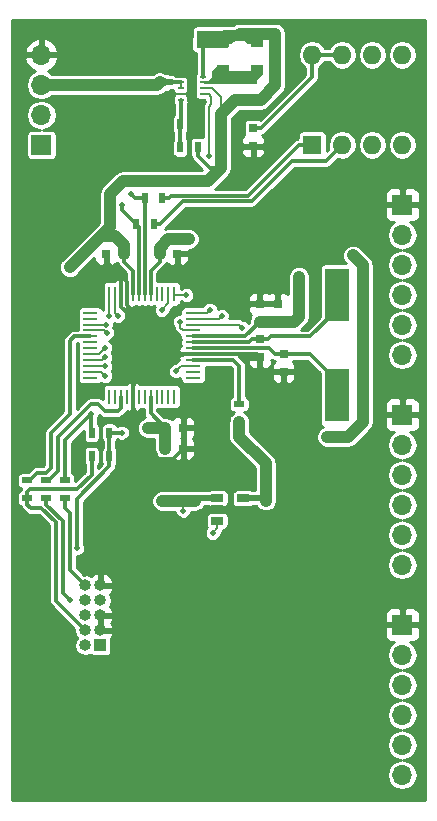
<source format=gtl>
G04 #@! TF.FileFunction,Copper,L1,Top,Signal*
%FSLAX46Y46*%
G04 Gerber Fmt 4.6, Leading zero omitted, Abs format (unit mm)*
G04 Created by KiCad (PCBNEW 4.0.7) date Saturday, May 19, 2018 'PMt' 08:47:35 PM*
%MOMM*%
%LPD*%
G01*
G04 APERTURE LIST*
%ADD10C,0.100000*%
%ADD11C,6.400000*%
%ADD12C,1.000000*%
%ADD13R,1.300000X0.250000*%
%ADD14R,0.250000X1.300000*%
%ADD15R,0.750000X0.800000*%
%ADD16R,0.800000X0.750000*%
%ADD17R,0.900000X0.500000*%
%ADD18R,0.500000X0.900000*%
%ADD19R,1.060000X0.650000*%
%ADD20R,2.000000X4.500000*%
%ADD21R,1.000000X0.890000*%
%ADD22R,2.000000X0.330000*%
%ADD23R,0.500000X0.250000*%
%ADD24R,0.840000X2.400000*%
%ADD25C,0.400000*%
%ADD26R,1.000000X1.000000*%
%ADD27O,1.000000X1.000000*%
%ADD28R,1.700000X1.700000*%
%ADD29O,1.700000X1.700000*%
%ADD30R,1.600000X1.600000*%
%ADD31O,1.600000X1.600000*%
%ADD32C,0.500000*%
%ADD33C,0.300000*%
%ADD34C,0.200000*%
%ADD35C,1.000000*%
%ADD36C,0.500000*%
%ADD37C,0.150000*%
%ADD38C,0.026000*%
%ADD39C,0.254000*%
G04 APERTURE END LIST*
D10*
D11*
X227200000Y-117800000D03*
D12*
X225000000Y-91200000D03*
X231400000Y-95600000D03*
X230200000Y-78800000D03*
X230400000Y-87000000D03*
X240400000Y-91600000D03*
X237800000Y-58900000D03*
X236200000Y-62800000D03*
X235600000Y-81000000D03*
X234320000Y-113200000D03*
X248400000Y-92400000D03*
X245000000Y-88600000D03*
X240800000Y-88600000D03*
X241800000Y-77000000D03*
X242800000Y-69000000D03*
D13*
X238850000Y-85750000D03*
X238850000Y-85250000D03*
X238850000Y-84750000D03*
X238850000Y-84250000D03*
X238850000Y-83750000D03*
X238850000Y-83250000D03*
X238850000Y-82750000D03*
X238850000Y-82250000D03*
X238850000Y-81750000D03*
X238850000Y-81250000D03*
X238850000Y-80750000D03*
X238850000Y-80250000D03*
D14*
X237250000Y-78650000D03*
X236750000Y-78650000D03*
X236250000Y-78650000D03*
X235750000Y-78650000D03*
X235250000Y-78650000D03*
X234750000Y-78650000D03*
X234250000Y-78650000D03*
X233750000Y-78650000D03*
X233250000Y-78650000D03*
X232750000Y-78650000D03*
X232250000Y-78650000D03*
X231750000Y-78650000D03*
D13*
X230150000Y-80250000D03*
X230150000Y-80750000D03*
X230150000Y-81250000D03*
X230150000Y-81750000D03*
X230150000Y-82250000D03*
X230150000Y-82750000D03*
X230150000Y-83250000D03*
X230150000Y-83750000D03*
X230150000Y-84250000D03*
X230150000Y-84750000D03*
X230150000Y-85250000D03*
X230150000Y-85750000D03*
D14*
X231750000Y-87350000D03*
X232250000Y-87350000D03*
X232750000Y-87350000D03*
X233250000Y-87350000D03*
X233750000Y-87350000D03*
X234250000Y-87350000D03*
X234750000Y-87350000D03*
X235250000Y-87350000D03*
X235750000Y-87350000D03*
X236250000Y-87350000D03*
X236750000Y-87350000D03*
X237250000Y-87350000D03*
D15*
X246000000Y-79500000D03*
X246000000Y-81000000D03*
X244500000Y-79500000D03*
X244500000Y-81000000D03*
D16*
X238000000Y-91750000D03*
X236500000Y-91750000D03*
X238000000Y-90000000D03*
X236500000Y-90000000D03*
X237500000Y-75250000D03*
X236000000Y-75250000D03*
X231500000Y-75250000D03*
X233000000Y-75250000D03*
D15*
X243920000Y-66150000D03*
X243920000Y-64650000D03*
X236200000Y-59250000D03*
X236200000Y-60750000D03*
D16*
X238000000Y-57450000D03*
X239500000Y-57450000D03*
D15*
X239000000Y-97650000D03*
X239000000Y-96150000D03*
X245000000Y-97650000D03*
X245000000Y-96150000D03*
X246500000Y-83750000D03*
X246500000Y-85250000D03*
X244500000Y-82500000D03*
X244500000Y-84000000D03*
D17*
X242750000Y-88000000D03*
X242750000Y-89500000D03*
D18*
X235500000Y-72750000D03*
X234000000Y-72750000D03*
X231750000Y-92400000D03*
X230250000Y-92400000D03*
X236250000Y-70500000D03*
X234750000Y-70500000D03*
D17*
X226400000Y-95950000D03*
X226400000Y-94450000D03*
X224800000Y-94450000D03*
X224800000Y-95950000D03*
X228000000Y-94450000D03*
X228000000Y-95950000D03*
D18*
X231750000Y-90400000D03*
X230250000Y-90400000D03*
X239250000Y-66250000D03*
X237750000Y-66250000D03*
X237750000Y-64250000D03*
X239250000Y-64250000D03*
D19*
X240900000Y-95950000D03*
X240900000Y-96900000D03*
X240900000Y-97850000D03*
X243100000Y-97850000D03*
X243100000Y-95950000D03*
D20*
X251000000Y-87250000D03*
X251000000Y-78750000D03*
D10*
G36*
X244745000Y-56890000D02*
X240855000Y-56890000D01*
X241405000Y-56330000D01*
X244195000Y-56330000D01*
X244745000Y-56890000D01*
X244745000Y-56890000D01*
G37*
D21*
X241350000Y-57330000D03*
X244240000Y-57330000D03*
X244240000Y-59670000D03*
D10*
G36*
X240855000Y-60110000D02*
X244745000Y-60110000D01*
X244195000Y-60670000D01*
X241405000Y-60670000D01*
X240855000Y-60110000D01*
X240855000Y-60110000D01*
G37*
D21*
X241360000Y-59670000D03*
D22*
X242780000Y-57050000D03*
X242800000Y-59950000D03*
D23*
X237800000Y-60250000D03*
X237800000Y-60750000D03*
X237800000Y-61250000D03*
X237800000Y-61750000D03*
X237800000Y-62250000D03*
X239700000Y-62250000D03*
X239700000Y-61750000D03*
X239700000Y-61250000D03*
X239700000Y-60750000D03*
X239700000Y-60250000D03*
D24*
X238750000Y-61250000D03*
D25*
X238750000Y-61250000D03*
X238750000Y-62200000D03*
X238750000Y-60300000D03*
D26*
X230990000Y-108410000D03*
D27*
X229720000Y-108410000D03*
X230990000Y-107140000D03*
X229720000Y-107140000D03*
X230990000Y-105870000D03*
X229720000Y-105870000D03*
X230990000Y-104600000D03*
X229720000Y-104600000D03*
X230990000Y-103330000D03*
X229720000Y-103330000D03*
D28*
X226000000Y-66040000D03*
D29*
X226000000Y-63500000D03*
X226000000Y-60960000D03*
X226000000Y-58420000D03*
D30*
X248920000Y-66040000D03*
D31*
X256540000Y-58420000D03*
X251460000Y-66040000D03*
X254000000Y-58420000D03*
X254000000Y-66040000D03*
X251460000Y-58420000D03*
X256540000Y-66040000D03*
X248920000Y-58420000D03*
D28*
X256540000Y-71120000D03*
D29*
X256540000Y-73660000D03*
X256540000Y-76200000D03*
X256540000Y-78740000D03*
X256540000Y-81280000D03*
X256540000Y-83820000D03*
D28*
X256540000Y-88900000D03*
D29*
X256540000Y-91440000D03*
X256540000Y-93980000D03*
X256540000Y-96520000D03*
X256540000Y-99060000D03*
X256540000Y-101600000D03*
D28*
X256540000Y-106680000D03*
D29*
X256540000Y-109220000D03*
X256540000Y-111760000D03*
X256540000Y-114300000D03*
X256540000Y-116840000D03*
X256540000Y-119380000D03*
D11*
X227000000Y-72000000D03*
D32*
X238000000Y-97000000D03*
D12*
X236200000Y-96200000D03*
X228400000Y-76400000D03*
D32*
X240500000Y-98900000D03*
D12*
X250200000Y-90750000D03*
D32*
X229000000Y-100200000D03*
X232800000Y-90400000D03*
D12*
X252400000Y-75400000D03*
X238500000Y-74000000D03*
X247800000Y-77200000D03*
X235000000Y-90000000D03*
X242750000Y-90750000D03*
D32*
X233600000Y-70200000D03*
X232800000Y-71100000D03*
X228400000Y-104600000D03*
X230200000Y-88800000D03*
X240200000Y-67000000D03*
X237400000Y-85200000D03*
X238250000Y-78750000D03*
X236200000Y-80000000D03*
X237750000Y-81000000D03*
X243000000Y-81500010D03*
X241250000Y-80500000D03*
X240250000Y-80000000D03*
X232500000Y-80500000D03*
X231750000Y-80500000D03*
X231500000Y-81250000D03*
X231538916Y-81961084D03*
X231400000Y-83200000D03*
X231400000Y-84000000D03*
X231400000Y-84800000D03*
X231400000Y-85600000D03*
D33*
X233750000Y-87350000D02*
X233750000Y-91950000D01*
X233750000Y-91950000D02*
X234400000Y-92600000D01*
X234400000Y-92600000D02*
X237125000Y-92600000D01*
X237125000Y-92600000D02*
X237975000Y-91750000D01*
X237975000Y-91750000D02*
X238000000Y-91750000D01*
X234000000Y-81000000D02*
X235600000Y-81000000D01*
X232750000Y-79750000D02*
X234000000Y-81000000D01*
X232750000Y-78650000D02*
X232750000Y-79750000D01*
X233250000Y-79600000D02*
X234650000Y-81000000D01*
X233250000Y-78650000D02*
X233250000Y-79600000D01*
X234650000Y-81000000D02*
X235600000Y-81000000D01*
D34*
X236800000Y-62200000D02*
X236800000Y-67000000D01*
X236800000Y-67000000D02*
X237000000Y-67200000D01*
X238400000Y-67200000D02*
X238400000Y-64650000D01*
X237000000Y-67200000D02*
X238400000Y-67200000D01*
X238800000Y-64250000D02*
X239250000Y-64250000D01*
X238400000Y-64650000D02*
X238800000Y-64250000D01*
X236800000Y-62200000D02*
X237250000Y-61750000D01*
X237250000Y-61750000D02*
X237800000Y-61750000D01*
X238750000Y-62200000D02*
X239650000Y-62200000D01*
X239650000Y-62200000D02*
X239700000Y-62250000D01*
X238750000Y-61250000D02*
X238250000Y-61750000D01*
X238250000Y-61750000D02*
X237800000Y-61750000D01*
X238750000Y-60300000D02*
X237850000Y-60300000D01*
X237850000Y-60300000D02*
X237800000Y-60250000D01*
D33*
X233750000Y-87350000D02*
X233750000Y-86250000D01*
X233750000Y-86250000D02*
X236250000Y-83750000D01*
X236250000Y-83750000D02*
X238850000Y-83750000D01*
X231500000Y-75250000D02*
X231500000Y-75925000D01*
X231500000Y-75925000D02*
X232750000Y-77175000D01*
X232750000Y-77175000D02*
X232750000Y-78650000D01*
X231500000Y-75925000D02*
X233250000Y-77675000D01*
X233250000Y-77675000D02*
X233250000Y-78650000D01*
X238850000Y-83750000D02*
X244250000Y-83750000D01*
X244250000Y-83750000D02*
X244500000Y-84000000D01*
D35*
X236200000Y-96200000D02*
X238000000Y-96200000D01*
X238000000Y-96200000D02*
X238950000Y-96200000D01*
D34*
X238000000Y-97000000D02*
X238000000Y-96200000D01*
D33*
X239250000Y-66250000D02*
X239250000Y-67000000D01*
X239250000Y-67000000D02*
X240250000Y-68000000D01*
X240250000Y-68000000D02*
X241200000Y-68000000D01*
D35*
X231050000Y-73750000D02*
X231800000Y-73000000D01*
X231800000Y-73000000D02*
X231800000Y-70200000D01*
X240100000Y-69100000D02*
X241200000Y-68000000D01*
X231800000Y-70200000D02*
X232900000Y-69100000D01*
X232900000Y-69100000D02*
X240100000Y-69100000D01*
X241200000Y-68000000D02*
X241200000Y-63400000D01*
X232250000Y-73750000D02*
X231050000Y-73750000D01*
X231050000Y-73750000D02*
X228400000Y-76400000D01*
X238950000Y-96200000D02*
X239000000Y-96150000D01*
D34*
X240450000Y-61250000D02*
X241200000Y-62000000D01*
X241200000Y-62000000D02*
X241200000Y-63400000D01*
X239700000Y-61250000D02*
X240450000Y-61250000D01*
D35*
X242400000Y-62200000D02*
X241200000Y-63400000D01*
X245800000Y-56610000D02*
X245800000Y-61000000D01*
X245800000Y-61000000D02*
X244600000Y-62200000D01*
X244600000Y-62200000D02*
X242400000Y-62200000D01*
X242800000Y-56610000D02*
X245800000Y-56610000D01*
D33*
X241350000Y-57330000D02*
X242080000Y-57330000D01*
X242080000Y-57330000D02*
X242800000Y-56610000D01*
X244240000Y-57330000D02*
X243520000Y-57330000D01*
X243520000Y-57330000D02*
X242800000Y-56610000D01*
D34*
X240900000Y-98500000D02*
X240500000Y-98900000D01*
X240900000Y-97850000D02*
X240900000Y-98500000D01*
D35*
X232250000Y-73750000D02*
X233000000Y-74500000D01*
X233000000Y-74500000D02*
X233000000Y-75250000D01*
D33*
X233000000Y-75250000D02*
X233000000Y-75925000D01*
X233000000Y-75925000D02*
X233750000Y-76675000D01*
X233750000Y-76675000D02*
X233750000Y-78650000D01*
D36*
X240900000Y-95950000D02*
X239200000Y-95950000D01*
X239200000Y-95950000D02*
X239000000Y-96150000D01*
D37*
X242800000Y-56610000D02*
X242800000Y-57030000D01*
X242800000Y-57030000D02*
X242780000Y-57050000D01*
D33*
X239500000Y-57450000D02*
X241230000Y-57450000D01*
X241230000Y-57450000D02*
X241350000Y-57330000D01*
X239700000Y-60250000D02*
X239700000Y-57650000D01*
X239700000Y-57650000D02*
X239500000Y-57450000D01*
D36*
X243100000Y-95950000D02*
X244800000Y-95950000D01*
X244800000Y-95950000D02*
X245000000Y-96150000D01*
D35*
X252400000Y-75400000D02*
X253200000Y-76200000D01*
X253200000Y-76200000D02*
X253200000Y-89507096D01*
X251957096Y-90750000D02*
X250200000Y-90750000D01*
X253200000Y-89507096D02*
X251957096Y-90750000D01*
D33*
X229000000Y-100200000D02*
X229000000Y-96000000D01*
X231750000Y-93250000D02*
X231750000Y-92400000D01*
X229000000Y-96000000D02*
X231750000Y-93250000D01*
X231750000Y-90400000D02*
X231750000Y-92400000D01*
X232800000Y-90400000D02*
X231750000Y-90400000D01*
D35*
X247800000Y-77200000D02*
X247800000Y-80575000D01*
X247800000Y-80575000D02*
X247375000Y-81000000D01*
X245000000Y-96150000D02*
X245000000Y-93000000D01*
X245000000Y-93000000D02*
X242750000Y-90750000D01*
X236000000Y-74750000D02*
X236750000Y-74000000D01*
X236750000Y-74000000D02*
X238500000Y-74000000D01*
X236000000Y-75250000D02*
X236000000Y-74750000D01*
X236000000Y-75000000D02*
X236000000Y-75250000D01*
X247375000Y-81000000D02*
X246000000Y-81000000D01*
X235000000Y-90000000D02*
X236500000Y-90000000D01*
X242750000Y-90750000D02*
X242750000Y-89500000D01*
X236500000Y-90000000D02*
X236500000Y-90500000D01*
X236500000Y-90500000D02*
X236500000Y-91750000D01*
D33*
X235250000Y-87350000D02*
X235250000Y-88775000D01*
X235250000Y-88775000D02*
X236500000Y-90025000D01*
X236500000Y-90025000D02*
X236500000Y-90500000D01*
X236000000Y-75250000D02*
X236000000Y-75925000D01*
X236000000Y-75925000D02*
X235250000Y-76675000D01*
X235250000Y-76675000D02*
X235250000Y-78650000D01*
X238850000Y-82250000D02*
X243275000Y-82250000D01*
D35*
X244500000Y-81000000D02*
X246000000Y-81000000D01*
D33*
X243275000Y-82250000D02*
X244500000Y-81025000D01*
X244500000Y-81025000D02*
X244500000Y-81000000D01*
D36*
X244500000Y-81000000D02*
X244500000Y-80975000D01*
D33*
X232750000Y-87350000D02*
X232750000Y-88300000D01*
X232750000Y-88300000D02*
X232450000Y-88600000D01*
X232450000Y-88600000D02*
X231400000Y-88600000D01*
X231400000Y-88600000D02*
X230800000Y-88000000D01*
X230800000Y-88000000D02*
X230200000Y-88000000D01*
X230200000Y-88000000D02*
X227400000Y-90800000D01*
X227400000Y-90800000D02*
X227400000Y-93650000D01*
X227400000Y-93650000D02*
X226600000Y-94450000D01*
X226600000Y-94450000D02*
X226400000Y-94450000D01*
X226400000Y-93800000D02*
X225650000Y-93800000D01*
X225650000Y-93800000D02*
X225000000Y-94450000D01*
X225000000Y-94450000D02*
X224800000Y-94450000D01*
X226800000Y-93400000D02*
X226400000Y-93800000D01*
X226800000Y-90400000D02*
X226800000Y-93400000D01*
X228400000Y-88800000D02*
X226800000Y-90400000D01*
X230150000Y-82250000D02*
X228750000Y-82250000D01*
X228750000Y-82250000D02*
X228400000Y-82600000D01*
X228400000Y-82600000D02*
X228400000Y-88800000D01*
X246750000Y-83750000D02*
X248750000Y-83750000D01*
X248750000Y-83750000D02*
X251000000Y-86000000D01*
X251000000Y-86000000D02*
X251000000Y-87250000D01*
X238850000Y-83250000D02*
X245250000Y-83250000D01*
X245250000Y-83250000D02*
X245750000Y-83750000D01*
X245750000Y-83750000D02*
X246500000Y-83750000D01*
X245425000Y-82250000D02*
X248750000Y-82250000D01*
X245175000Y-82500000D02*
X245425000Y-82250000D01*
X244500000Y-82500000D02*
X245175000Y-82500000D01*
X238850000Y-82750000D02*
X243575000Y-82750000D01*
X243575000Y-82750000D02*
X243825000Y-82500000D01*
X243825000Y-82500000D02*
X244500000Y-82500000D01*
X248750000Y-82250000D02*
X251000000Y-80000000D01*
X251000000Y-80000000D02*
X251000000Y-78750000D01*
X234750000Y-70500000D02*
X233900000Y-70500000D01*
X233900000Y-70500000D02*
X233600000Y-70200000D01*
X234750000Y-70500000D02*
X234750000Y-78650000D01*
X232800000Y-71100000D02*
X232800000Y-71550000D01*
X232800000Y-71550000D02*
X234000000Y-72750000D01*
X234250000Y-78650000D02*
X234250000Y-73000000D01*
X234250000Y-73000000D02*
X234000000Y-72750000D01*
X243920000Y-64650000D02*
X244595000Y-64650000D01*
X244595000Y-64650000D02*
X248920000Y-60325000D01*
X248920000Y-60325000D02*
X248920000Y-58420000D01*
X248920000Y-58420000D02*
X251460000Y-58420000D01*
X227800000Y-104000000D02*
X228400000Y-104600000D01*
X226400000Y-95950000D02*
X226400000Y-96500000D01*
X226400000Y-96500000D02*
X227800000Y-97900000D01*
X227800000Y-97900000D02*
X227800000Y-104000000D01*
X227200000Y-104620000D02*
X229720000Y-107140000D01*
X227200000Y-98000000D02*
X227200000Y-104620000D01*
X226000000Y-96800000D02*
X227200000Y-98000000D01*
X225100000Y-96800000D02*
X226000000Y-96800000D01*
X224800000Y-95950000D02*
X224800000Y-96500000D01*
X224800000Y-96500000D02*
X225100000Y-96800000D01*
X225000001Y-95199999D02*
X228999999Y-95199999D01*
X224800000Y-95950000D02*
X224800000Y-95400000D01*
X224800000Y-95400000D02*
X225000001Y-95199999D01*
X228999999Y-95199999D02*
X230250000Y-93949998D01*
X230250000Y-93949998D02*
X230250000Y-92400000D01*
X228400000Y-102010000D02*
X229720000Y-103330000D01*
X228000000Y-96800000D02*
X228400000Y-97200000D01*
X228400000Y-97200000D02*
X228400000Y-102010000D01*
X228000000Y-95950000D02*
X228000000Y-96800000D01*
X238850000Y-84250000D02*
X242250000Y-84250000D01*
X242250000Y-84250000D02*
X242750000Y-84750000D01*
X242750000Y-84750000D02*
X242750000Y-88000000D01*
X237750000Y-64250000D02*
X237750000Y-66250000D01*
X237800000Y-62250000D02*
X237800000Y-64200000D01*
X237800000Y-64200000D02*
X237750000Y-64250000D01*
D35*
X226000000Y-60960000D02*
X235790000Y-60960000D01*
X235790000Y-60960000D02*
X236000000Y-60750000D01*
D33*
X237800000Y-60750000D02*
X237050000Y-60750000D01*
D36*
X236000000Y-60750000D02*
X237050000Y-60750000D01*
D34*
X237800000Y-61250000D02*
X237800000Y-60750000D01*
D37*
X242800000Y-59950000D02*
X243960000Y-59950000D01*
X243960000Y-59950000D02*
X244240000Y-59670000D01*
X239700000Y-60750000D02*
X240800000Y-60750000D01*
X240800000Y-60750000D02*
X241600000Y-59950000D01*
X241150000Y-59950000D02*
X242800000Y-59950000D01*
X241360000Y-60265000D02*
X241360000Y-59670000D01*
D34*
X237400000Y-85200000D02*
X237850000Y-84750000D01*
X237850000Y-84750000D02*
X238850000Y-84750000D01*
X240400000Y-62000000D02*
X240400000Y-62600000D01*
X240200000Y-67000000D02*
X240200000Y-62800000D01*
X240400000Y-62600000D02*
X240200000Y-62800000D01*
X240150000Y-61750000D02*
X240400000Y-62000000D01*
D33*
X230200000Y-88800000D02*
X230200000Y-90350000D01*
X230200000Y-90350000D02*
X230250000Y-90400000D01*
X230200000Y-88800000D02*
X228000000Y-91000000D01*
X228000000Y-91000000D02*
X228000000Y-94450000D01*
D34*
X239700000Y-61750000D02*
X240150000Y-61750000D01*
D33*
X247200000Y-67400000D02*
X250100000Y-67400000D01*
X250100000Y-67400000D02*
X251460000Y-66040000D01*
X238000000Y-70800000D02*
X243800000Y-70800000D01*
X243800000Y-70800000D02*
X247200000Y-67400000D01*
X236050000Y-72750000D02*
X238000000Y-70800000D01*
X235500000Y-72750000D02*
X236050000Y-72750000D01*
X235500000Y-72750000D02*
X235500000Y-72550000D01*
X247820000Y-66040000D02*
X248920000Y-66040000D01*
X243510009Y-70349991D02*
X247820000Y-66040000D01*
X236950009Y-70349991D02*
X243510009Y-70349991D01*
X236800000Y-70500000D02*
X236950009Y-70349991D01*
X236250000Y-70500000D02*
X236800000Y-70500000D01*
X236250000Y-70500000D02*
X236250000Y-70700000D01*
D34*
X238250000Y-78750000D02*
X237350000Y-78750000D01*
X237350000Y-78750000D02*
X237250000Y-78650000D01*
X236200000Y-80000000D02*
X236750000Y-79450000D01*
X236750000Y-79450000D02*
X236750000Y-78650000D01*
X237750000Y-81000000D02*
X237750000Y-81500000D01*
X237750000Y-81500000D02*
X238000000Y-81750000D01*
X238000000Y-81750000D02*
X238850000Y-81750000D01*
X242749990Y-81250000D02*
X243000000Y-81500010D01*
X238850000Y-81250000D02*
X242749990Y-81250000D01*
X238850000Y-80750000D02*
X241000001Y-80749999D01*
X241000001Y-80749999D02*
X241250000Y-80500000D01*
X238850000Y-80250000D02*
X240000000Y-80250000D01*
X240000000Y-80250000D02*
X240250000Y-80000000D01*
X232500000Y-80500000D02*
X232250000Y-80250000D01*
X232250000Y-80250000D02*
X232250000Y-78650000D01*
X231750000Y-80500000D02*
X231750000Y-78650000D01*
X231500000Y-81250000D02*
X230150000Y-81250000D01*
X231327832Y-81750000D02*
X231538916Y-81961084D01*
X230150000Y-81750000D02*
X231327832Y-81750000D01*
X230150000Y-83750000D02*
X230850000Y-83750000D01*
X230850000Y-83750000D02*
X231400000Y-83200000D01*
X230150000Y-84250000D02*
X231150000Y-84250000D01*
X231150000Y-84250000D02*
X231400000Y-84000000D01*
X230150000Y-84750000D02*
X231350000Y-84750000D01*
X231350000Y-84750000D02*
X231400000Y-84800000D01*
X230150000Y-85250000D02*
X231050000Y-85250000D01*
X231050000Y-85250000D02*
X231400000Y-85600000D01*
D38*
G36*
X241787000Y-59850000D02*
X241788024Y-59855058D01*
X241790935Y-59859319D01*
X241795275Y-59862111D01*
X241800000Y-59863000D01*
X244187000Y-59863000D01*
X244187000Y-60837000D01*
X239763000Y-60837000D01*
X239763000Y-60663000D01*
X240100000Y-60663000D01*
X240105058Y-60661976D01*
X240108460Y-60659870D01*
X240458460Y-60359870D01*
X240461634Y-60355801D01*
X240463000Y-60350000D01*
X240463000Y-59805790D01*
X240954989Y-59363000D01*
X241787000Y-59363000D01*
X241787000Y-59850000D01*
X241787000Y-59850000D01*
G37*
X241787000Y-59850000D02*
X241788024Y-59855058D01*
X241790935Y-59859319D01*
X241795275Y-59862111D01*
X241800000Y-59863000D01*
X244187000Y-59863000D01*
X244187000Y-60837000D01*
X239763000Y-60837000D01*
X239763000Y-60663000D01*
X240100000Y-60663000D01*
X240105058Y-60661976D01*
X240108460Y-60659870D01*
X240458460Y-60359870D01*
X240461634Y-60355801D01*
X240463000Y-60350000D01*
X240463000Y-59805790D01*
X240954989Y-59363000D01*
X241787000Y-59363000D01*
X241787000Y-59850000D01*
G36*
X241737000Y-57737000D02*
X239163000Y-57737000D01*
X239163000Y-56363000D01*
X241737000Y-56363000D01*
X241737000Y-57737000D01*
X241737000Y-57737000D01*
G37*
X241737000Y-57737000D02*
X239163000Y-57737000D01*
X239163000Y-56363000D01*
X241737000Y-56363000D01*
X241737000Y-57737000D01*
D39*
G36*
X258498000Y-121498000D02*
X223502000Y-121498000D01*
X223502000Y-94200000D01*
X223914635Y-94200000D01*
X223914635Y-94700000D01*
X223944409Y-94858237D01*
X224037927Y-95003567D01*
X224180619Y-95101064D01*
X224302617Y-95125770D01*
X224266922Y-95179192D01*
X224246034Y-95284197D01*
X224191763Y-95294409D01*
X224046433Y-95387927D01*
X223948936Y-95530619D01*
X223914635Y-95700000D01*
X223914635Y-96200000D01*
X223944409Y-96358237D01*
X224037927Y-96503567D01*
X224180619Y-96601064D01*
X224245725Y-96614249D01*
X224266922Y-96720808D01*
X224391999Y-96908001D01*
X224691999Y-97208001D01*
X224879192Y-97333078D01*
X225100000Y-97377000D01*
X225760998Y-97377000D01*
X226623000Y-98239001D01*
X226623000Y-104619995D01*
X226622999Y-104620000D01*
X226666922Y-104840808D01*
X226791999Y-105028001D01*
X228796268Y-107032269D01*
X228774839Y-107140000D01*
X228845403Y-107494748D01*
X229032661Y-107775000D01*
X228845403Y-108055252D01*
X228774839Y-108410000D01*
X228845403Y-108764748D01*
X229046351Y-109065488D01*
X229347091Y-109266436D01*
X229701839Y-109337000D01*
X229738161Y-109337000D01*
X230092909Y-109266436D01*
X230176155Y-109210813D01*
X230177927Y-109213567D01*
X230320619Y-109311064D01*
X230490000Y-109345365D01*
X231490000Y-109345365D01*
X231648237Y-109315591D01*
X231793567Y-109222073D01*
X231891064Y-109079381D01*
X231925365Y-108910000D01*
X231925365Y-107910000D01*
X231902207Y-107786926D01*
X231977127Y-107700209D01*
X232084119Y-107441874D01*
X231957954Y-107267000D01*
X231117000Y-107267000D01*
X231117000Y-107287000D01*
X230863000Y-107287000D01*
X230863000Y-107267000D01*
X230843000Y-107267000D01*
X230843000Y-107013000D01*
X230863000Y-107013000D01*
X230863000Y-105997000D01*
X231117000Y-105997000D01*
X231117000Y-107013000D01*
X231957954Y-107013000D01*
X231992043Y-106965750D01*
X255055000Y-106965750D01*
X255055000Y-107656310D01*
X255151673Y-107889699D01*
X255330302Y-108068327D01*
X255563691Y-108165000D01*
X255839528Y-108165000D01*
X255612007Y-108317025D01*
X255335188Y-108731313D01*
X255237982Y-109220000D01*
X255335188Y-109708687D01*
X255612007Y-110122975D01*
X256026295Y-110399794D01*
X256479791Y-110490000D01*
X256026295Y-110580206D01*
X255612007Y-110857025D01*
X255335188Y-111271313D01*
X255237982Y-111760000D01*
X255335188Y-112248687D01*
X255612007Y-112662975D01*
X256026295Y-112939794D01*
X256479791Y-113030000D01*
X256026295Y-113120206D01*
X255612007Y-113397025D01*
X255335188Y-113811313D01*
X255237982Y-114300000D01*
X255335188Y-114788687D01*
X255612007Y-115202975D01*
X256026295Y-115479794D01*
X256479791Y-115570000D01*
X256026295Y-115660206D01*
X255612007Y-115937025D01*
X255335188Y-116351313D01*
X255237982Y-116840000D01*
X255335188Y-117328687D01*
X255612007Y-117742975D01*
X256026295Y-118019794D01*
X256479791Y-118110000D01*
X256026295Y-118200206D01*
X255612007Y-118477025D01*
X255335188Y-118891313D01*
X255237982Y-119380000D01*
X255335188Y-119868687D01*
X255612007Y-120282975D01*
X256026295Y-120559794D01*
X256514982Y-120657000D01*
X256565018Y-120657000D01*
X257053705Y-120559794D01*
X257467993Y-120282975D01*
X257744812Y-119868687D01*
X257842018Y-119380000D01*
X257744812Y-118891313D01*
X257467993Y-118477025D01*
X257053705Y-118200206D01*
X256600209Y-118110000D01*
X257053705Y-118019794D01*
X257467993Y-117742975D01*
X257744812Y-117328687D01*
X257842018Y-116840000D01*
X257744812Y-116351313D01*
X257467993Y-115937025D01*
X257053705Y-115660206D01*
X256600209Y-115570000D01*
X257053705Y-115479794D01*
X257467993Y-115202975D01*
X257744812Y-114788687D01*
X257842018Y-114300000D01*
X257744812Y-113811313D01*
X257467993Y-113397025D01*
X257053705Y-113120206D01*
X256600209Y-113030000D01*
X257053705Y-112939794D01*
X257467993Y-112662975D01*
X257744812Y-112248687D01*
X257842018Y-111760000D01*
X257744812Y-111271313D01*
X257467993Y-110857025D01*
X257053705Y-110580206D01*
X256600209Y-110490000D01*
X257053705Y-110399794D01*
X257467993Y-110122975D01*
X257744812Y-109708687D01*
X257842018Y-109220000D01*
X257744812Y-108731313D01*
X257467993Y-108317025D01*
X257240472Y-108165000D01*
X257516309Y-108165000D01*
X257749698Y-108068327D01*
X257928327Y-107889699D01*
X258025000Y-107656310D01*
X258025000Y-106965750D01*
X257866250Y-106807000D01*
X256667000Y-106807000D01*
X256667000Y-106827000D01*
X256413000Y-106827000D01*
X256413000Y-106807000D01*
X255213750Y-106807000D01*
X255055000Y-106965750D01*
X231992043Y-106965750D01*
X232084119Y-106838126D01*
X231977127Y-106579791D01*
X231912511Y-106505000D01*
X231977127Y-106430209D01*
X232084119Y-106171874D01*
X231957954Y-105997000D01*
X231117000Y-105997000D01*
X230863000Y-105997000D01*
X230843000Y-105997000D01*
X230843000Y-105743000D01*
X230863000Y-105743000D01*
X230863000Y-105723000D01*
X231117000Y-105723000D01*
X231117000Y-105743000D01*
X231957954Y-105743000D01*
X231986314Y-105703690D01*
X255055000Y-105703690D01*
X255055000Y-106394250D01*
X255213750Y-106553000D01*
X256413000Y-106553000D01*
X256413000Y-105353750D01*
X256667000Y-105353750D01*
X256667000Y-106553000D01*
X257866250Y-106553000D01*
X258025000Y-106394250D01*
X258025000Y-105703690D01*
X257928327Y-105470301D01*
X257749698Y-105291673D01*
X257516309Y-105195000D01*
X256825750Y-105195000D01*
X256667000Y-105353750D01*
X256413000Y-105353750D01*
X256254250Y-105195000D01*
X255563691Y-105195000D01*
X255330302Y-105291673D01*
X255151673Y-105470301D01*
X255055000Y-105703690D01*
X231986314Y-105703690D01*
X232084119Y-105568126D01*
X231977127Y-105309791D01*
X231779900Y-105081506D01*
X231864597Y-104954748D01*
X231935161Y-104600000D01*
X231864597Y-104245252D01*
X231779900Y-104118494D01*
X231977127Y-103890209D01*
X232084119Y-103631874D01*
X231957954Y-103457000D01*
X231117000Y-103457000D01*
X231117000Y-103477000D01*
X230863000Y-103477000D01*
X230863000Y-103457000D01*
X230843000Y-103457000D01*
X230843000Y-103203000D01*
X230863000Y-103203000D01*
X230863000Y-102360865D01*
X231117000Y-102360865D01*
X231117000Y-103203000D01*
X231957954Y-103203000D01*
X232084119Y-103028126D01*
X231977127Y-102769791D01*
X231687604Y-102434677D01*
X231291877Y-102235868D01*
X231117000Y-102360865D01*
X230863000Y-102360865D01*
X230688123Y-102235868D01*
X230292396Y-102434677D01*
X230198084Y-102543840D01*
X230092909Y-102473564D01*
X229738161Y-102403000D01*
X229701839Y-102403000D01*
X229624405Y-102418403D01*
X228977000Y-101770998D01*
X228977000Y-100876980D01*
X229134073Y-100877117D01*
X229382989Y-100774267D01*
X229573598Y-100583990D01*
X229676882Y-100335254D01*
X229677117Y-100065927D01*
X229577000Y-99823625D01*
X229577000Y-99034073D01*
X239822883Y-99034073D01*
X239925733Y-99282989D01*
X240116010Y-99473598D01*
X240364746Y-99576882D01*
X240634073Y-99577117D01*
X240882989Y-99474267D01*
X241073598Y-99283990D01*
X241176882Y-99035254D01*
X241176940Y-98968350D01*
X241272645Y-98872646D01*
X241386884Y-98701675D01*
X241386885Y-98701674D01*
X241405047Y-98610365D01*
X241430000Y-98610365D01*
X241588237Y-98580591D01*
X241733567Y-98487073D01*
X241831064Y-98344381D01*
X241865365Y-98175000D01*
X241865365Y-97525000D01*
X241835591Y-97366763D01*
X241742073Y-97221433D01*
X241599381Y-97123936D01*
X241430000Y-97089635D01*
X240370000Y-97089635D01*
X240211763Y-97119409D01*
X240066433Y-97212927D01*
X239968936Y-97355619D01*
X239934635Y-97525000D01*
X239934635Y-98175000D01*
X239964409Y-98333237D01*
X240021155Y-98421422D01*
X239926402Y-98516010D01*
X239823118Y-98764746D01*
X239822883Y-99034073D01*
X229577000Y-99034073D01*
X229577000Y-96383583D01*
X235272839Y-96383583D01*
X235413669Y-96724417D01*
X235674211Y-96985414D01*
X236014799Y-97126839D01*
X236383583Y-97127161D01*
X236383973Y-97127000D01*
X237322889Y-97127000D01*
X237322883Y-97134073D01*
X237425733Y-97382989D01*
X237616010Y-97573598D01*
X237864746Y-97676882D01*
X238134073Y-97677117D01*
X238382989Y-97574267D01*
X238573598Y-97383990D01*
X238676882Y-97135254D01*
X238676889Y-97127000D01*
X238950000Y-97127000D01*
X239304748Y-97056436D01*
X239425269Y-96975906D01*
X239533237Y-96955591D01*
X239678567Y-96862073D01*
X239776064Y-96719381D01*
X239794772Y-96627000D01*
X240128811Y-96627000D01*
X240200619Y-96676064D01*
X240370000Y-96710365D01*
X241430000Y-96710365D01*
X241588237Y-96680591D01*
X241733567Y-96587073D01*
X241831064Y-96444381D01*
X241865365Y-96275000D01*
X241865365Y-95625000D01*
X241835591Y-95466763D01*
X241742073Y-95321433D01*
X241599381Y-95223936D01*
X241430000Y-95189635D01*
X240370000Y-95189635D01*
X240211763Y-95219409D01*
X240128481Y-95273000D01*
X239251369Y-95273000D01*
X239000000Y-95223000D01*
X238748631Y-95273000D01*
X236200809Y-95273000D01*
X236016417Y-95272839D01*
X235675583Y-95413669D01*
X235414586Y-95674211D01*
X235273161Y-96014799D01*
X235272839Y-96383583D01*
X229577000Y-96383583D01*
X229577000Y-96239002D01*
X232157998Y-93658003D01*
X232158001Y-93658001D01*
X232283078Y-93470808D01*
X232327000Y-93250000D01*
X232327000Y-93127778D01*
X232401064Y-93019381D01*
X232435365Y-92850000D01*
X232435365Y-91950000D01*
X232405591Y-91791763D01*
X232327000Y-91669630D01*
X232327000Y-91127778D01*
X232401064Y-91019381D01*
X232409646Y-90977000D01*
X232424203Y-90977000D01*
X232664746Y-91076882D01*
X232934073Y-91077117D01*
X233182989Y-90974267D01*
X233373598Y-90783990D01*
X233476882Y-90535254D01*
X233477117Y-90265927D01*
X233374267Y-90017011D01*
X233183990Y-89826402D01*
X232935254Y-89723118D01*
X232665927Y-89722883D01*
X232423625Y-89823000D01*
X232411469Y-89823000D01*
X232405591Y-89791763D01*
X232312073Y-89646433D01*
X232169381Y-89548936D01*
X232000000Y-89514635D01*
X231500000Y-89514635D01*
X231341763Y-89544409D01*
X231196433Y-89637927D01*
X231098936Y-89780619D01*
X231064635Y-89950000D01*
X231064635Y-90850000D01*
X231094409Y-91008237D01*
X231173000Y-91130370D01*
X231173000Y-91672222D01*
X231098936Y-91780619D01*
X231064635Y-91950000D01*
X231064635Y-92850000D01*
X231094409Y-93008237D01*
X231126262Y-93057737D01*
X230827000Y-93356999D01*
X230827000Y-93127778D01*
X230901064Y-93019381D01*
X230935365Y-92850000D01*
X230935365Y-91950000D01*
X230905591Y-91791763D01*
X230812073Y-91646433D01*
X230669381Y-91548936D01*
X230500000Y-91514635D01*
X230000000Y-91514635D01*
X229841763Y-91544409D01*
X229696433Y-91637927D01*
X229598936Y-91780619D01*
X229564635Y-91950000D01*
X229564635Y-92850000D01*
X229594409Y-93008237D01*
X229673000Y-93130370D01*
X229673000Y-93710997D01*
X228885365Y-94498631D01*
X228885365Y-94200000D01*
X228855591Y-94041763D01*
X228762073Y-93896433D01*
X228619381Y-93798936D01*
X228577000Y-93790354D01*
X228577000Y-91239002D01*
X229564635Y-90251366D01*
X229564635Y-90850000D01*
X229594409Y-91008237D01*
X229687927Y-91153567D01*
X229830619Y-91251064D01*
X230000000Y-91285365D01*
X230500000Y-91285365D01*
X230658237Y-91255591D01*
X230803567Y-91162073D01*
X230901064Y-91019381D01*
X230935365Y-90850000D01*
X230935365Y-89950000D01*
X230905591Y-89791763D01*
X230812073Y-89646433D01*
X230777000Y-89622469D01*
X230777000Y-89175797D01*
X230876882Y-88935254D01*
X230876919Y-88892921D01*
X230991999Y-89008001D01*
X231179192Y-89133078D01*
X231400000Y-89177000D01*
X232449995Y-89177000D01*
X232450000Y-89177001D01*
X232670808Y-89133078D01*
X232858001Y-89008001D01*
X233158001Y-88708001D01*
X233270056Y-88540297D01*
X233498690Y-88635000D01*
X233528750Y-88635000D01*
X233687500Y-88476250D01*
X233687500Y-88298999D01*
X233750580Y-88206678D01*
X233812500Y-88302903D01*
X233812500Y-88476250D01*
X233971250Y-88635000D01*
X234001310Y-88635000D01*
X234234699Y-88538327D01*
X234337660Y-88435365D01*
X234375000Y-88435365D01*
X234504591Y-88410981D01*
X234625000Y-88435365D01*
X234673000Y-88435365D01*
X234673000Y-88774995D01*
X234672999Y-88775000D01*
X234716922Y-88995808D01*
X234778782Y-89088389D01*
X234475583Y-89213669D01*
X234214586Y-89474211D01*
X234073161Y-89814799D01*
X234072839Y-90183583D01*
X234213669Y-90524417D01*
X234474211Y-90785414D01*
X234814799Y-90926839D01*
X235183583Y-90927161D01*
X235183973Y-90927000D01*
X235573000Y-90927000D01*
X235573000Y-91750000D01*
X235643564Y-92104748D01*
X235667590Y-92140706D01*
X235694409Y-92283237D01*
X235787927Y-92428567D01*
X235930619Y-92526064D01*
X236065996Y-92553479D01*
X236145252Y-92606436D01*
X236500000Y-92677000D01*
X236854748Y-92606436D01*
X236932988Y-92554158D01*
X237058237Y-92530591D01*
X237088251Y-92511277D01*
X237240302Y-92663327D01*
X237473691Y-92760000D01*
X237714250Y-92760000D01*
X237873000Y-92601250D01*
X237873000Y-91877000D01*
X238127000Y-91877000D01*
X238127000Y-92601250D01*
X238285750Y-92760000D01*
X238526309Y-92760000D01*
X238759698Y-92663327D01*
X238938327Y-92484699D01*
X239035000Y-92251310D01*
X239035000Y-92035750D01*
X238876250Y-91877000D01*
X238127000Y-91877000D01*
X237873000Y-91877000D01*
X237853000Y-91877000D01*
X237853000Y-91623000D01*
X237873000Y-91623000D01*
X237873000Y-90898750D01*
X237849250Y-90875000D01*
X237873000Y-90851250D01*
X237873000Y-90127000D01*
X238127000Y-90127000D01*
X238127000Y-90851250D01*
X238150750Y-90875000D01*
X238127000Y-90898750D01*
X238127000Y-91623000D01*
X238876250Y-91623000D01*
X239035000Y-91464250D01*
X239035000Y-91248690D01*
X238938327Y-91015301D01*
X238798025Y-90875000D01*
X238938327Y-90734699D01*
X239035000Y-90501310D01*
X239035000Y-90285750D01*
X238876250Y-90127000D01*
X238127000Y-90127000D01*
X237873000Y-90127000D01*
X237853000Y-90127000D01*
X237853000Y-89873000D01*
X237873000Y-89873000D01*
X237873000Y-89148750D01*
X238127000Y-89148750D01*
X238127000Y-89873000D01*
X238876250Y-89873000D01*
X239035000Y-89714250D01*
X239035000Y-89498690D01*
X238938327Y-89265301D01*
X238759698Y-89086673D01*
X238526309Y-88990000D01*
X238285750Y-88990000D01*
X238127000Y-89148750D01*
X237873000Y-89148750D01*
X237714250Y-88990000D01*
X237473691Y-88990000D01*
X237240302Y-89086673D01*
X237089376Y-89237598D01*
X237069381Y-89223936D01*
X236934004Y-89196521D01*
X236854748Y-89143564D01*
X236500000Y-89073000D01*
X236364002Y-89073000D01*
X235827000Y-88535998D01*
X235827000Y-88435365D01*
X235875000Y-88435365D01*
X236004591Y-88410981D01*
X236125000Y-88435365D01*
X236375000Y-88435365D01*
X236504591Y-88410981D01*
X236625000Y-88435365D01*
X236875000Y-88435365D01*
X237004591Y-88410981D01*
X237125000Y-88435365D01*
X237375000Y-88435365D01*
X237533237Y-88405591D01*
X237678567Y-88312073D01*
X237776064Y-88169381D01*
X237810365Y-88000000D01*
X237810365Y-86700000D01*
X237780591Y-86541763D01*
X237687073Y-86396433D01*
X237544381Y-86298936D01*
X237375000Y-86264635D01*
X237125000Y-86264635D01*
X236995409Y-86289019D01*
X236875000Y-86264635D01*
X236625000Y-86264635D01*
X236495409Y-86289019D01*
X236375000Y-86264635D01*
X236125000Y-86264635D01*
X235995409Y-86289019D01*
X235875000Y-86264635D01*
X235625000Y-86264635D01*
X235495409Y-86289019D01*
X235375000Y-86264635D01*
X235125000Y-86264635D01*
X234995409Y-86289019D01*
X234875000Y-86264635D01*
X234625000Y-86264635D01*
X234495409Y-86289019D01*
X234375000Y-86264635D01*
X234337660Y-86264635D01*
X234234699Y-86161673D01*
X234001310Y-86065000D01*
X233971250Y-86065000D01*
X233812500Y-86223750D01*
X233812500Y-86401001D01*
X233749420Y-86493322D01*
X233687500Y-86397097D01*
X233687500Y-86223750D01*
X233528750Y-86065000D01*
X233498690Y-86065000D01*
X233265301Y-86161673D01*
X233162340Y-86264635D01*
X233125000Y-86264635D01*
X232995409Y-86289019D01*
X232875000Y-86264635D01*
X232625000Y-86264635D01*
X232495409Y-86289019D01*
X232375000Y-86264635D01*
X232125000Y-86264635D01*
X231995409Y-86289019D01*
X231875000Y-86264635D01*
X231625000Y-86264635D01*
X231466763Y-86294409D01*
X231321433Y-86387927D01*
X231223936Y-86530619D01*
X231189635Y-86700000D01*
X231189635Y-87579727D01*
X231020808Y-87466922D01*
X230800000Y-87422999D01*
X230799995Y-87423000D01*
X230200005Y-87423000D01*
X230200000Y-87422999D01*
X229979192Y-87466922D01*
X229791999Y-87591999D01*
X228977000Y-88406998D01*
X228977000Y-82839002D01*
X228989001Y-82827000D01*
X229064635Y-82827000D01*
X229064635Y-82875000D01*
X229089019Y-83004591D01*
X229064635Y-83125000D01*
X229064635Y-83375000D01*
X229089019Y-83504591D01*
X229064635Y-83625000D01*
X229064635Y-83875000D01*
X229089019Y-84004591D01*
X229064635Y-84125000D01*
X229064635Y-84375000D01*
X229089019Y-84504591D01*
X229064635Y-84625000D01*
X229064635Y-84875000D01*
X229089019Y-85004591D01*
X229064635Y-85125000D01*
X229064635Y-85375000D01*
X229089019Y-85504591D01*
X229064635Y-85625000D01*
X229064635Y-85875000D01*
X229094409Y-86033237D01*
X229187927Y-86178567D01*
X229330619Y-86276064D01*
X229500000Y-86310365D01*
X230800000Y-86310365D01*
X230958237Y-86280591D01*
X231081954Y-86200980D01*
X231264746Y-86276882D01*
X231534073Y-86277117D01*
X231782989Y-86174267D01*
X231973598Y-85983990D01*
X232076882Y-85735254D01*
X232077117Y-85465927D01*
X232022637Y-85334073D01*
X236722883Y-85334073D01*
X236825733Y-85582989D01*
X237016010Y-85773598D01*
X237264746Y-85876882D01*
X237534073Y-85877117D01*
X237764635Y-85781851D01*
X237764635Y-85875000D01*
X237794409Y-86033237D01*
X237887927Y-86178567D01*
X238030619Y-86276064D01*
X238200000Y-86310365D01*
X239500000Y-86310365D01*
X239658237Y-86280591D01*
X239803567Y-86187073D01*
X239901064Y-86044381D01*
X239935365Y-85875000D01*
X239935365Y-85625000D01*
X239910981Y-85495409D01*
X239935365Y-85375000D01*
X239935365Y-85125000D01*
X239910981Y-84995409D01*
X239935365Y-84875000D01*
X239935365Y-84827000D01*
X242010998Y-84827000D01*
X242173000Y-84989001D01*
X242173000Y-87338531D01*
X242141763Y-87344409D01*
X241996433Y-87437927D01*
X241898936Y-87580619D01*
X241864635Y-87750000D01*
X241864635Y-88250000D01*
X241894409Y-88408237D01*
X241987927Y-88553567D01*
X242130619Y-88651064D01*
X242300000Y-88685365D01*
X242332692Y-88685365D01*
X242094512Y-88844512D01*
X242058992Y-88897671D01*
X241996433Y-88937927D01*
X241898936Y-89080619D01*
X241864635Y-89250000D01*
X241864635Y-89290687D01*
X241823000Y-89500000D01*
X241823000Y-90749191D01*
X241822839Y-90933583D01*
X241963669Y-91274417D01*
X242224211Y-91535414D01*
X242224599Y-91535575D01*
X244073000Y-93383976D01*
X244073000Y-95273000D01*
X243871189Y-95273000D01*
X243799381Y-95223936D01*
X243630000Y-95189635D01*
X242570000Y-95189635D01*
X242411763Y-95219409D01*
X242266433Y-95312927D01*
X242168936Y-95455619D01*
X242134635Y-95625000D01*
X242134635Y-96275000D01*
X242164409Y-96433237D01*
X242257927Y-96578567D01*
X242400619Y-96676064D01*
X242570000Y-96710365D01*
X243630000Y-96710365D01*
X243788237Y-96680591D01*
X243871519Y-96627000D01*
X244204123Y-96627000D01*
X244219409Y-96708237D01*
X244312927Y-96853567D01*
X244455619Y-96951064D01*
X244608810Y-96982086D01*
X244645252Y-97006436D01*
X245000000Y-97077000D01*
X245354748Y-97006436D01*
X245390706Y-96982410D01*
X245533237Y-96955591D01*
X245678567Y-96862073D01*
X245776064Y-96719381D01*
X245803479Y-96584004D01*
X245856436Y-96504748D01*
X245927000Y-96150000D01*
X245927000Y-93000000D01*
X245895572Y-92842000D01*
X245856437Y-92645253D01*
X245655488Y-92344512D01*
X243677000Y-90366024D01*
X243677000Y-89500000D01*
X243635365Y-89290687D01*
X243635365Y-89250000D01*
X243605591Y-89091763D01*
X243512073Y-88946433D01*
X243441260Y-88898049D01*
X243405488Y-88844512D01*
X243167308Y-88685365D01*
X243200000Y-88685365D01*
X243358237Y-88655591D01*
X243503567Y-88562073D01*
X243601064Y-88419381D01*
X243635365Y-88250000D01*
X243635365Y-87750000D01*
X243605591Y-87591763D01*
X243512073Y-87446433D01*
X243369381Y-87348936D01*
X243327000Y-87340354D01*
X243327000Y-85535750D01*
X245490000Y-85535750D01*
X245490000Y-85776309D01*
X245586673Y-86009698D01*
X245765301Y-86188327D01*
X245998690Y-86285000D01*
X246214250Y-86285000D01*
X246373000Y-86126250D01*
X246373000Y-85377000D01*
X246627000Y-85377000D01*
X246627000Y-86126250D01*
X246785750Y-86285000D01*
X247001310Y-86285000D01*
X247234699Y-86188327D01*
X247413327Y-86009698D01*
X247510000Y-85776309D01*
X247510000Y-85535750D01*
X247351250Y-85377000D01*
X246627000Y-85377000D01*
X246373000Y-85377000D01*
X245648750Y-85377000D01*
X245490000Y-85535750D01*
X243327000Y-85535750D01*
X243327000Y-84750005D01*
X243327001Y-84750000D01*
X243283078Y-84529192D01*
X243279020Y-84523118D01*
X243158001Y-84341999D01*
X243157998Y-84341997D01*
X243101752Y-84285750D01*
X243490000Y-84285750D01*
X243490000Y-84526309D01*
X243586673Y-84759698D01*
X243765301Y-84938327D01*
X243998690Y-85035000D01*
X244214250Y-85035000D01*
X244373000Y-84876250D01*
X244373000Y-84127000D01*
X243648750Y-84127000D01*
X243490000Y-84285750D01*
X243101752Y-84285750D01*
X242658001Y-83841999D01*
X242635553Y-83827000D01*
X243602750Y-83827000D01*
X243648750Y-83873000D01*
X244373000Y-83873000D01*
X244373000Y-83853000D01*
X244627000Y-83853000D01*
X244627000Y-83873000D01*
X244647000Y-83873000D01*
X244647000Y-84127000D01*
X244627000Y-84127000D01*
X244627000Y-84876250D01*
X244785750Y-85035000D01*
X245001310Y-85035000D01*
X245234699Y-84938327D01*
X245413327Y-84759698D01*
X245510000Y-84526309D01*
X245510000Y-84285750D01*
X245463302Y-84239052D01*
X245529192Y-84283078D01*
X245728765Y-84322777D01*
X245738723Y-84338251D01*
X245586673Y-84490302D01*
X245490000Y-84723691D01*
X245490000Y-84964250D01*
X245648750Y-85123000D01*
X246373000Y-85123000D01*
X246373000Y-85103000D01*
X246627000Y-85103000D01*
X246627000Y-85123000D01*
X247351250Y-85123000D01*
X247510000Y-84964250D01*
X247510000Y-84723691D01*
X247413327Y-84490302D01*
X247262402Y-84339376D01*
X247270858Y-84327000D01*
X248510998Y-84327000D01*
X249564635Y-85380636D01*
X249564635Y-89500000D01*
X249594409Y-89658237D01*
X249687927Y-89803567D01*
X249829292Y-89900157D01*
X249675583Y-89963669D01*
X249414586Y-90224211D01*
X249273161Y-90564799D01*
X249272839Y-90933583D01*
X249413669Y-91274417D01*
X249674211Y-91535414D01*
X250014799Y-91676839D01*
X250383583Y-91677161D01*
X250383973Y-91677000D01*
X251957096Y-91677000D01*
X252311844Y-91606436D01*
X252612584Y-91405488D01*
X253855488Y-90162584D01*
X254056437Y-89861843D01*
X254127000Y-89507096D01*
X254127000Y-89185750D01*
X255055000Y-89185750D01*
X255055000Y-89876310D01*
X255151673Y-90109699D01*
X255330302Y-90288327D01*
X255563691Y-90385000D01*
X255839528Y-90385000D01*
X255612007Y-90537025D01*
X255335188Y-90951313D01*
X255237982Y-91440000D01*
X255335188Y-91928687D01*
X255612007Y-92342975D01*
X256026295Y-92619794D01*
X256479791Y-92710000D01*
X256026295Y-92800206D01*
X255612007Y-93077025D01*
X255335188Y-93491313D01*
X255237982Y-93980000D01*
X255335188Y-94468687D01*
X255612007Y-94882975D01*
X256026295Y-95159794D01*
X256479791Y-95250000D01*
X256026295Y-95340206D01*
X255612007Y-95617025D01*
X255335188Y-96031313D01*
X255237982Y-96520000D01*
X255335188Y-97008687D01*
X255612007Y-97422975D01*
X256026295Y-97699794D01*
X256479791Y-97790000D01*
X256026295Y-97880206D01*
X255612007Y-98157025D01*
X255335188Y-98571313D01*
X255237982Y-99060000D01*
X255335188Y-99548687D01*
X255612007Y-99962975D01*
X256026295Y-100239794D01*
X256479791Y-100330000D01*
X256026295Y-100420206D01*
X255612007Y-100697025D01*
X255335188Y-101111313D01*
X255237982Y-101600000D01*
X255335188Y-102088687D01*
X255612007Y-102502975D01*
X256026295Y-102779794D01*
X256514982Y-102877000D01*
X256565018Y-102877000D01*
X257053705Y-102779794D01*
X257467993Y-102502975D01*
X257744812Y-102088687D01*
X257842018Y-101600000D01*
X257744812Y-101111313D01*
X257467993Y-100697025D01*
X257053705Y-100420206D01*
X256600209Y-100330000D01*
X257053705Y-100239794D01*
X257467993Y-99962975D01*
X257744812Y-99548687D01*
X257842018Y-99060000D01*
X257744812Y-98571313D01*
X257467993Y-98157025D01*
X257053705Y-97880206D01*
X256600209Y-97790000D01*
X257053705Y-97699794D01*
X257467993Y-97422975D01*
X257744812Y-97008687D01*
X257842018Y-96520000D01*
X257744812Y-96031313D01*
X257467993Y-95617025D01*
X257053705Y-95340206D01*
X256600209Y-95250000D01*
X257053705Y-95159794D01*
X257467993Y-94882975D01*
X257744812Y-94468687D01*
X257842018Y-93980000D01*
X257744812Y-93491313D01*
X257467993Y-93077025D01*
X257053705Y-92800206D01*
X256600209Y-92710000D01*
X257053705Y-92619794D01*
X257467993Y-92342975D01*
X257744812Y-91928687D01*
X257842018Y-91440000D01*
X257744812Y-90951313D01*
X257467993Y-90537025D01*
X257240472Y-90385000D01*
X257516309Y-90385000D01*
X257749698Y-90288327D01*
X257928327Y-90109699D01*
X258025000Y-89876310D01*
X258025000Y-89185750D01*
X257866250Y-89027000D01*
X256667000Y-89027000D01*
X256667000Y-89047000D01*
X256413000Y-89047000D01*
X256413000Y-89027000D01*
X255213750Y-89027000D01*
X255055000Y-89185750D01*
X254127000Y-89185750D01*
X254127000Y-87923690D01*
X255055000Y-87923690D01*
X255055000Y-88614250D01*
X255213750Y-88773000D01*
X256413000Y-88773000D01*
X256413000Y-87573750D01*
X256667000Y-87573750D01*
X256667000Y-88773000D01*
X257866250Y-88773000D01*
X258025000Y-88614250D01*
X258025000Y-87923690D01*
X257928327Y-87690301D01*
X257749698Y-87511673D01*
X257516309Y-87415000D01*
X256825750Y-87415000D01*
X256667000Y-87573750D01*
X256413000Y-87573750D01*
X256254250Y-87415000D01*
X255563691Y-87415000D01*
X255330302Y-87511673D01*
X255151673Y-87690301D01*
X255055000Y-87923690D01*
X254127000Y-87923690D01*
X254127000Y-76200000D01*
X254108389Y-76106436D01*
X254056437Y-75845253D01*
X253855488Y-75544512D01*
X253055488Y-74744512D01*
X252925789Y-74614586D01*
X252585201Y-74473161D01*
X252216417Y-74472839D01*
X251875583Y-74613669D01*
X251614586Y-74874211D01*
X251473161Y-75214799D01*
X251472839Y-75583583D01*
X251613669Y-75924417D01*
X251753643Y-76064635D01*
X250000000Y-76064635D01*
X249841763Y-76094409D01*
X249696433Y-76187927D01*
X249598936Y-76330619D01*
X249564635Y-76500000D01*
X249564635Y-80619364D01*
X248510998Y-81673000D01*
X248004279Y-81673000D01*
X248030488Y-81655488D01*
X248455488Y-81230488D01*
X248656437Y-80929747D01*
X248727000Y-80575000D01*
X248727000Y-77200809D01*
X248727161Y-77016417D01*
X248586331Y-76675583D01*
X248325789Y-76414586D01*
X247985201Y-76273161D01*
X247616417Y-76272839D01*
X247275583Y-76413669D01*
X247014586Y-76674211D01*
X246873161Y-77014799D01*
X246872839Y-77383583D01*
X246873000Y-77383973D01*
X246873000Y-78699975D01*
X246734699Y-78561673D01*
X246501310Y-78465000D01*
X246285750Y-78465000D01*
X246127000Y-78623750D01*
X246127000Y-79373000D01*
X246147000Y-79373000D01*
X246147000Y-79627000D01*
X246127000Y-79627000D01*
X246127000Y-79647000D01*
X245873000Y-79647000D01*
X245873000Y-79627000D01*
X244627000Y-79627000D01*
X244627000Y-79647000D01*
X244373000Y-79647000D01*
X244373000Y-79627000D01*
X243648750Y-79627000D01*
X243490000Y-79785750D01*
X243490000Y-80026309D01*
X243586673Y-80259698D01*
X243737598Y-80410624D01*
X243723936Y-80430619D01*
X243696521Y-80565996D01*
X243643564Y-80645252D01*
X243573000Y-81000000D01*
X243595564Y-81113435D01*
X243579445Y-81129553D01*
X243574267Y-81117021D01*
X243383990Y-80926412D01*
X243135254Y-80823128D01*
X243041357Y-80823046D01*
X242951665Y-80763115D01*
X242749990Y-80723000D01*
X241890447Y-80723000D01*
X241926882Y-80635254D01*
X241927117Y-80365927D01*
X241824267Y-80117011D01*
X241633990Y-79926402D01*
X241385254Y-79823118D01*
X241115927Y-79822883D01*
X240927086Y-79900910D01*
X240927117Y-79865927D01*
X240824267Y-79617011D01*
X240633990Y-79426402D01*
X240385254Y-79323118D01*
X240115927Y-79322883D01*
X239867011Y-79425733D01*
X239676402Y-79616010D01*
X239634519Y-79716876D01*
X239500000Y-79689635D01*
X238200000Y-79689635D01*
X238041763Y-79719409D01*
X237896433Y-79812927D01*
X237798936Y-79955619D01*
X237764635Y-80125000D01*
X237764635Y-80323013D01*
X237615927Y-80322883D01*
X237367011Y-80425733D01*
X237176402Y-80616010D01*
X237073118Y-80864746D01*
X237072883Y-81134073D01*
X237175733Y-81382989D01*
X237223000Y-81430338D01*
X237223000Y-81500000D01*
X237263115Y-81701675D01*
X237377355Y-81872645D01*
X237627354Y-82122645D01*
X237727612Y-82189635D01*
X237764635Y-82214373D01*
X237764635Y-82375000D01*
X237789019Y-82504591D01*
X237764635Y-82625000D01*
X237764635Y-82875000D01*
X237789019Y-83004591D01*
X237764635Y-83125000D01*
X237764635Y-83162340D01*
X237661673Y-83265301D01*
X237565000Y-83498690D01*
X237565000Y-83528750D01*
X237723750Y-83687500D01*
X237901001Y-83687500D01*
X237993322Y-83750580D01*
X237897097Y-83812500D01*
X237723750Y-83812500D01*
X237565000Y-83971250D01*
X237565000Y-84001310D01*
X237661673Y-84234699D01*
X237683160Y-84256186D01*
X237648325Y-84263115D01*
X237477355Y-84377355D01*
X237331770Y-84522940D01*
X237265927Y-84522883D01*
X237017011Y-84625733D01*
X236826402Y-84816010D01*
X236723118Y-85064746D01*
X236722883Y-85334073D01*
X232022637Y-85334073D01*
X231974267Y-85217011D01*
X231957423Y-85200137D01*
X231973598Y-85183990D01*
X232076882Y-84935254D01*
X232077117Y-84665927D01*
X231974267Y-84417011D01*
X231957423Y-84400137D01*
X231973598Y-84383990D01*
X232076882Y-84135254D01*
X232077117Y-83865927D01*
X231974267Y-83617011D01*
X231957423Y-83600137D01*
X231973598Y-83583990D01*
X232076882Y-83335254D01*
X232077117Y-83065927D01*
X231974267Y-82817011D01*
X231783990Y-82626402D01*
X231742869Y-82609327D01*
X231921905Y-82535351D01*
X232112514Y-82345074D01*
X232215798Y-82096338D01*
X232216033Y-81827011D01*
X232113183Y-81578095D01*
X232101618Y-81566510D01*
X232176882Y-81385254D01*
X232177117Y-81115927D01*
X232168660Y-81095460D01*
X232364746Y-81176882D01*
X232634073Y-81177117D01*
X232882989Y-81074267D01*
X233073598Y-80883990D01*
X233176882Y-80635254D01*
X233177117Y-80365927D01*
X233074267Y-80117011D01*
X232883990Y-79926402D01*
X232877002Y-79923500D01*
X232877002Y-79884595D01*
X232951847Y-79915597D01*
X232971250Y-79935000D01*
X233028750Y-79935000D01*
X233048153Y-79915597D01*
X233234699Y-79838327D01*
X233312500Y-79760526D01*
X233312500Y-79776250D01*
X233471250Y-79935000D01*
X233501310Y-79935000D01*
X233734699Y-79838327D01*
X233837660Y-79735365D01*
X233875000Y-79735365D01*
X234004591Y-79710981D01*
X234125000Y-79735365D01*
X234375000Y-79735365D01*
X234504591Y-79710981D01*
X234625000Y-79735365D01*
X234875000Y-79735365D01*
X235004591Y-79710981D01*
X235125000Y-79735365D01*
X235375000Y-79735365D01*
X235504591Y-79710981D01*
X235580577Y-79726369D01*
X235523118Y-79864746D01*
X235522883Y-80134073D01*
X235625733Y-80382989D01*
X235816010Y-80573598D01*
X236064746Y-80676882D01*
X236334073Y-80677117D01*
X236582989Y-80574267D01*
X236773598Y-80383990D01*
X236876882Y-80135254D01*
X236876940Y-80068350D01*
X237122645Y-79822646D01*
X237180964Y-79735365D01*
X237375000Y-79735365D01*
X237533237Y-79705591D01*
X237678567Y-79612073D01*
X237776064Y-79469381D01*
X237810365Y-79300000D01*
X237810365Y-79277000D01*
X237819493Y-79277000D01*
X237866010Y-79323598D01*
X238114746Y-79426882D01*
X238384073Y-79427117D01*
X238632989Y-79324267D01*
X238823598Y-79133990D01*
X238890159Y-78973691D01*
X243490000Y-78973691D01*
X243490000Y-79214250D01*
X243648750Y-79373000D01*
X244373000Y-79373000D01*
X244373000Y-78623750D01*
X244627000Y-78623750D01*
X244627000Y-79373000D01*
X245873000Y-79373000D01*
X245873000Y-78623750D01*
X245714250Y-78465000D01*
X245498690Y-78465000D01*
X245265301Y-78561673D01*
X245250000Y-78576974D01*
X245234699Y-78561673D01*
X245001310Y-78465000D01*
X244785750Y-78465000D01*
X244627000Y-78623750D01*
X244373000Y-78623750D01*
X244214250Y-78465000D01*
X243998690Y-78465000D01*
X243765301Y-78561673D01*
X243586673Y-78740302D01*
X243490000Y-78973691D01*
X238890159Y-78973691D01*
X238926882Y-78885254D01*
X238927117Y-78615927D01*
X238824267Y-78367011D01*
X238633990Y-78176402D01*
X238385254Y-78073118D01*
X238115927Y-78072883D01*
X237867011Y-78175733D01*
X237819662Y-78223000D01*
X237810365Y-78223000D01*
X237810365Y-78000000D01*
X237780591Y-77841763D01*
X237687073Y-77696433D01*
X237544381Y-77598936D01*
X237375000Y-77564635D01*
X237125000Y-77564635D01*
X236995409Y-77589019D01*
X236875000Y-77564635D01*
X236625000Y-77564635D01*
X236495409Y-77589019D01*
X236375000Y-77564635D01*
X236125000Y-77564635D01*
X235995409Y-77589019D01*
X235875000Y-77564635D01*
X235827000Y-77564635D01*
X235827000Y-76914002D01*
X236407998Y-76333003D01*
X236408001Y-76333001D01*
X236533078Y-76145808D01*
X236555909Y-76031029D01*
X236558237Y-76030591D01*
X236588251Y-76011277D01*
X236740302Y-76163327D01*
X236973691Y-76260000D01*
X237214250Y-76260000D01*
X237373000Y-76101250D01*
X237373000Y-75377000D01*
X237627000Y-75377000D01*
X237627000Y-76101250D01*
X237785750Y-76260000D01*
X238026309Y-76260000D01*
X238259698Y-76163327D01*
X238438327Y-75984699D01*
X238535000Y-75751310D01*
X238535000Y-75535750D01*
X238376250Y-75377000D01*
X237627000Y-75377000D01*
X237373000Y-75377000D01*
X237353000Y-75377000D01*
X237353000Y-75123000D01*
X237373000Y-75123000D01*
X237373000Y-75103000D01*
X237627000Y-75103000D01*
X237627000Y-75123000D01*
X238376250Y-75123000D01*
X238535000Y-74964250D01*
X238535000Y-74927031D01*
X238683583Y-74927161D01*
X239024417Y-74786331D01*
X239285414Y-74525789D01*
X239426839Y-74185201D01*
X239427161Y-73816417D01*
X239286331Y-73475583D01*
X239025789Y-73214586D01*
X238685201Y-73073161D01*
X238316417Y-73072839D01*
X238316027Y-73073000D01*
X236750000Y-73073000D01*
X236491604Y-73124398D01*
X238210251Y-71405750D01*
X255055000Y-71405750D01*
X255055000Y-72096310D01*
X255151673Y-72329699D01*
X255330302Y-72508327D01*
X255563691Y-72605000D01*
X255839528Y-72605000D01*
X255612007Y-72757025D01*
X255335188Y-73171313D01*
X255237982Y-73660000D01*
X255335188Y-74148687D01*
X255612007Y-74562975D01*
X256026295Y-74839794D01*
X256479791Y-74930000D01*
X256026295Y-75020206D01*
X255612007Y-75297025D01*
X255335188Y-75711313D01*
X255237982Y-76200000D01*
X255335188Y-76688687D01*
X255612007Y-77102975D01*
X256026295Y-77379794D01*
X256479791Y-77470000D01*
X256026295Y-77560206D01*
X255612007Y-77837025D01*
X255335188Y-78251313D01*
X255237982Y-78740000D01*
X255335188Y-79228687D01*
X255612007Y-79642975D01*
X256026295Y-79919794D01*
X256479791Y-80010000D01*
X256026295Y-80100206D01*
X255612007Y-80377025D01*
X255335188Y-80791313D01*
X255237982Y-81280000D01*
X255335188Y-81768687D01*
X255612007Y-82182975D01*
X256026295Y-82459794D01*
X256479791Y-82550000D01*
X256026295Y-82640206D01*
X255612007Y-82917025D01*
X255335188Y-83331313D01*
X255237982Y-83820000D01*
X255335188Y-84308687D01*
X255612007Y-84722975D01*
X256026295Y-84999794D01*
X256514982Y-85097000D01*
X256565018Y-85097000D01*
X257053705Y-84999794D01*
X257467993Y-84722975D01*
X257744812Y-84308687D01*
X257842018Y-83820000D01*
X257744812Y-83331313D01*
X257467993Y-82917025D01*
X257053705Y-82640206D01*
X256600209Y-82550000D01*
X257053705Y-82459794D01*
X257467993Y-82182975D01*
X257744812Y-81768687D01*
X257842018Y-81280000D01*
X257744812Y-80791313D01*
X257467993Y-80377025D01*
X257053705Y-80100206D01*
X256600209Y-80010000D01*
X257053705Y-79919794D01*
X257467993Y-79642975D01*
X257744812Y-79228687D01*
X257842018Y-78740000D01*
X257744812Y-78251313D01*
X257467993Y-77837025D01*
X257053705Y-77560206D01*
X256600209Y-77470000D01*
X257053705Y-77379794D01*
X257467993Y-77102975D01*
X257744812Y-76688687D01*
X257842018Y-76200000D01*
X257744812Y-75711313D01*
X257467993Y-75297025D01*
X257053705Y-75020206D01*
X256600209Y-74930000D01*
X257053705Y-74839794D01*
X257467993Y-74562975D01*
X257744812Y-74148687D01*
X257842018Y-73660000D01*
X257744812Y-73171313D01*
X257467993Y-72757025D01*
X257240472Y-72605000D01*
X257516309Y-72605000D01*
X257749698Y-72508327D01*
X257928327Y-72329699D01*
X258025000Y-72096310D01*
X258025000Y-71405750D01*
X257866250Y-71247000D01*
X256667000Y-71247000D01*
X256667000Y-71267000D01*
X256413000Y-71267000D01*
X256413000Y-71247000D01*
X255213750Y-71247000D01*
X255055000Y-71405750D01*
X238210251Y-71405750D01*
X238239001Y-71377000D01*
X243799995Y-71377000D01*
X243800000Y-71377001D01*
X244020808Y-71333078D01*
X244208001Y-71208001D01*
X245272312Y-70143690D01*
X255055000Y-70143690D01*
X255055000Y-70834250D01*
X255213750Y-70993000D01*
X256413000Y-70993000D01*
X256413000Y-69793750D01*
X256667000Y-69793750D01*
X256667000Y-70993000D01*
X257866250Y-70993000D01*
X258025000Y-70834250D01*
X258025000Y-70143690D01*
X257928327Y-69910301D01*
X257749698Y-69731673D01*
X257516309Y-69635000D01*
X256825750Y-69635000D01*
X256667000Y-69793750D01*
X256413000Y-69793750D01*
X256254250Y-69635000D01*
X255563691Y-69635000D01*
X255330302Y-69731673D01*
X255151673Y-69910301D01*
X255055000Y-70143690D01*
X245272312Y-70143690D01*
X247439002Y-67977000D01*
X250099995Y-67977000D01*
X250100000Y-67977001D01*
X250320808Y-67933078D01*
X250508001Y-67808001D01*
X251097141Y-67218861D01*
X251460000Y-67291038D01*
X251929553Y-67197638D01*
X252327620Y-66931658D01*
X252593600Y-66533591D01*
X252687000Y-66064038D01*
X252687000Y-66015962D01*
X252773000Y-66015962D01*
X252773000Y-66064038D01*
X252866400Y-66533591D01*
X253132380Y-66931658D01*
X253530447Y-67197638D01*
X254000000Y-67291038D01*
X254469553Y-67197638D01*
X254867620Y-66931658D01*
X255133600Y-66533591D01*
X255227000Y-66064038D01*
X255227000Y-66015962D01*
X255313000Y-66015962D01*
X255313000Y-66064038D01*
X255406400Y-66533591D01*
X255672380Y-66931658D01*
X256070447Y-67197638D01*
X256540000Y-67291038D01*
X257009553Y-67197638D01*
X257407620Y-66931658D01*
X257673600Y-66533591D01*
X257767000Y-66064038D01*
X257767000Y-66015962D01*
X257673600Y-65546409D01*
X257407620Y-65148342D01*
X257009553Y-64882362D01*
X256540000Y-64788962D01*
X256070447Y-64882362D01*
X255672380Y-65148342D01*
X255406400Y-65546409D01*
X255313000Y-66015962D01*
X255227000Y-66015962D01*
X255133600Y-65546409D01*
X254867620Y-65148342D01*
X254469553Y-64882362D01*
X254000000Y-64788962D01*
X253530447Y-64882362D01*
X253132380Y-65148342D01*
X252866400Y-65546409D01*
X252773000Y-66015962D01*
X252687000Y-66015962D01*
X252593600Y-65546409D01*
X252327620Y-65148342D01*
X251929553Y-64882362D01*
X251460000Y-64788962D01*
X250990447Y-64882362D01*
X250592380Y-65148342D01*
X250326400Y-65546409D01*
X250233000Y-66015962D01*
X250233000Y-66064038D01*
X250297201Y-66386798D01*
X250155365Y-66528633D01*
X250155365Y-65240000D01*
X250125591Y-65081763D01*
X250032073Y-64936433D01*
X249889381Y-64838936D01*
X249720000Y-64804635D01*
X248120000Y-64804635D01*
X247961763Y-64834409D01*
X247816433Y-64927927D01*
X247718936Y-65070619D01*
X247684635Y-65240000D01*
X247684635Y-65489926D01*
X247599192Y-65506922D01*
X247411999Y-65631999D01*
X247411997Y-65632002D01*
X243271007Y-69772991D01*
X240729293Y-69772991D01*
X240755488Y-69755488D01*
X241855488Y-68655488D01*
X241907932Y-68577000D01*
X242056436Y-68354748D01*
X242127000Y-68000000D01*
X242127000Y-66435750D01*
X242910000Y-66435750D01*
X242910000Y-66676309D01*
X243006673Y-66909698D01*
X243185301Y-67088327D01*
X243418690Y-67185000D01*
X243634250Y-67185000D01*
X243793000Y-67026250D01*
X243793000Y-66277000D01*
X244047000Y-66277000D01*
X244047000Y-67026250D01*
X244205750Y-67185000D01*
X244421310Y-67185000D01*
X244654699Y-67088327D01*
X244833327Y-66909698D01*
X244930000Y-66676309D01*
X244930000Y-66435750D01*
X244771250Y-66277000D01*
X244047000Y-66277000D01*
X243793000Y-66277000D01*
X243068750Y-66277000D01*
X242910000Y-66435750D01*
X242127000Y-66435750D01*
X242127000Y-65623691D01*
X242910000Y-65623691D01*
X242910000Y-65864250D01*
X243068750Y-66023000D01*
X243793000Y-66023000D01*
X243793000Y-66003000D01*
X244047000Y-66003000D01*
X244047000Y-66023000D01*
X244771250Y-66023000D01*
X244930000Y-65864250D01*
X244930000Y-65623691D01*
X244833327Y-65390302D01*
X244682402Y-65239376D01*
X244696064Y-65219381D01*
X244698698Y-65206373D01*
X244815808Y-65183078D01*
X245003001Y-65058001D01*
X249327998Y-60733003D01*
X249328001Y-60733001D01*
X249453078Y-60545808D01*
X249458995Y-60516064D01*
X249497001Y-60325000D01*
X249497000Y-60324995D01*
X249497000Y-59505844D01*
X249787620Y-59311658D01*
X249997868Y-58997000D01*
X250382132Y-58997000D01*
X250592380Y-59311658D01*
X250990447Y-59577638D01*
X251460000Y-59671038D01*
X251929553Y-59577638D01*
X252327620Y-59311658D01*
X252593600Y-58913591D01*
X252687000Y-58444038D01*
X252687000Y-58395962D01*
X252773000Y-58395962D01*
X252773000Y-58444038D01*
X252866400Y-58913591D01*
X253132380Y-59311658D01*
X253530447Y-59577638D01*
X254000000Y-59671038D01*
X254469553Y-59577638D01*
X254867620Y-59311658D01*
X255133600Y-58913591D01*
X255227000Y-58444038D01*
X255227000Y-58395962D01*
X255313000Y-58395962D01*
X255313000Y-58444038D01*
X255406400Y-58913591D01*
X255672380Y-59311658D01*
X256070447Y-59577638D01*
X256540000Y-59671038D01*
X257009553Y-59577638D01*
X257407620Y-59311658D01*
X257673600Y-58913591D01*
X257767000Y-58444038D01*
X257767000Y-58395962D01*
X257673600Y-57926409D01*
X257407620Y-57528342D01*
X257009553Y-57262362D01*
X256540000Y-57168962D01*
X256070447Y-57262362D01*
X255672380Y-57528342D01*
X255406400Y-57926409D01*
X255313000Y-58395962D01*
X255227000Y-58395962D01*
X255133600Y-57926409D01*
X254867620Y-57528342D01*
X254469553Y-57262362D01*
X254000000Y-57168962D01*
X253530447Y-57262362D01*
X253132380Y-57528342D01*
X252866400Y-57926409D01*
X252773000Y-58395962D01*
X252687000Y-58395962D01*
X252593600Y-57926409D01*
X252327620Y-57528342D01*
X251929553Y-57262362D01*
X251460000Y-57168962D01*
X250990447Y-57262362D01*
X250592380Y-57528342D01*
X250382132Y-57843000D01*
X249997868Y-57843000D01*
X249787620Y-57528342D01*
X249389553Y-57262362D01*
X248920000Y-57168962D01*
X248450447Y-57262362D01*
X248052380Y-57528342D01*
X247786400Y-57926409D01*
X247693000Y-58395962D01*
X247693000Y-58444038D01*
X247786400Y-58913591D01*
X248052380Y-59311658D01*
X248343000Y-59505844D01*
X248343000Y-60085999D01*
X244533105Y-63895893D01*
X244464381Y-63848936D01*
X244295000Y-63814635D01*
X243545000Y-63814635D01*
X243386763Y-63844409D01*
X243241433Y-63937927D01*
X243143936Y-64080619D01*
X243109635Y-64250000D01*
X243109635Y-65050000D01*
X243139409Y-65208237D01*
X243158723Y-65238251D01*
X243006673Y-65390302D01*
X242910000Y-65623691D01*
X242127000Y-65623691D01*
X242127000Y-63783976D01*
X242783976Y-63127000D01*
X244600000Y-63127000D01*
X244954748Y-63056436D01*
X245255488Y-62855488D01*
X246455488Y-61655488D01*
X246474286Y-61627355D01*
X246656436Y-61354748D01*
X246727000Y-61000000D01*
X246727000Y-56610000D01*
X246656436Y-56255252D01*
X246455488Y-55954512D01*
X246154748Y-55753564D01*
X245800000Y-55683000D01*
X242800000Y-55683000D01*
X242445252Y-55753564D01*
X242234124Y-55894635D01*
X241405000Y-55894635D01*
X241263178Y-55923000D01*
X239150000Y-55923000D01*
X238994804Y-55952202D01*
X238852265Y-56043923D01*
X238756642Y-56183873D01*
X238723000Y-56350000D01*
X238723000Y-56870400D01*
X238698936Y-56905619D01*
X238664635Y-57075000D01*
X238664635Y-57825000D01*
X238694409Y-57983237D01*
X238787927Y-58128567D01*
X238930619Y-58226064D01*
X239100000Y-58260365D01*
X239123000Y-58260365D01*
X239123000Y-59847222D01*
X239048936Y-59955619D01*
X239014635Y-60125000D01*
X239014635Y-60375000D01*
X239039019Y-60504591D01*
X239014635Y-60625000D01*
X239014635Y-60875000D01*
X239039019Y-61004591D01*
X239014635Y-61125000D01*
X239014635Y-61375000D01*
X239039019Y-61504591D01*
X239014635Y-61625000D01*
X239014635Y-61875000D01*
X239044409Y-62033237D01*
X239137927Y-62178567D01*
X239280619Y-62276064D01*
X239450000Y-62310365D01*
X239873000Y-62310365D01*
X239873000Y-62381710D01*
X239827355Y-62427355D01*
X239713115Y-62598325D01*
X239713115Y-62598326D01*
X239673000Y-62800000D01*
X239673000Y-65401409D01*
X239669381Y-65398936D01*
X239500000Y-65364635D01*
X239000000Y-65364635D01*
X238841763Y-65394409D01*
X238696433Y-65487927D01*
X238598936Y-65630619D01*
X238564635Y-65800000D01*
X238564635Y-66700000D01*
X238594409Y-66858237D01*
X238673000Y-66980370D01*
X238673000Y-66999995D01*
X238672999Y-67000000D01*
X238716922Y-67220808D01*
X238841999Y-67408001D01*
X239606999Y-68173000D01*
X232900000Y-68173000D01*
X232545252Y-68243564D01*
X232299155Y-68408001D01*
X232244512Y-68444512D01*
X231144512Y-69544512D01*
X230943564Y-69845252D01*
X230873000Y-70200000D01*
X230873000Y-72616024D01*
X227744798Y-75744226D01*
X227614586Y-75874211D01*
X227473161Y-76214799D01*
X227472839Y-76583583D01*
X227613669Y-76924417D01*
X227874211Y-77185414D01*
X228214799Y-77326839D01*
X228583583Y-77327161D01*
X228924417Y-77186331D01*
X229185414Y-76925789D01*
X229185575Y-76925401D01*
X230465000Y-75645976D01*
X230465000Y-75751310D01*
X230561673Y-75984699D01*
X230740302Y-76163327D01*
X230973691Y-76260000D01*
X231214250Y-76260000D01*
X231373000Y-76101250D01*
X231373000Y-75377000D01*
X231353000Y-75377000D01*
X231353000Y-75123000D01*
X231373000Y-75123000D01*
X231373000Y-75103000D01*
X231627000Y-75103000D01*
X231627000Y-75123000D01*
X231647000Y-75123000D01*
X231647000Y-75377000D01*
X231627000Y-75377000D01*
X231627000Y-76101250D01*
X231785750Y-76260000D01*
X232026309Y-76260000D01*
X232259698Y-76163327D01*
X232410624Y-76012402D01*
X232430619Y-76026064D01*
X232443627Y-76028698D01*
X232466922Y-76145808D01*
X232591999Y-76333001D01*
X233173000Y-76914001D01*
X233173000Y-77365000D01*
X233122998Y-77365000D01*
X233122998Y-77415405D01*
X233048153Y-77384403D01*
X233028750Y-77365000D01*
X232971250Y-77365000D01*
X232951847Y-77384403D01*
X232765301Y-77461673D01*
X232687500Y-77539474D01*
X232687500Y-77523750D01*
X232528750Y-77365000D01*
X232498690Y-77365000D01*
X232265301Y-77461673D01*
X232162340Y-77564635D01*
X232125000Y-77564635D01*
X231995409Y-77589019D01*
X231875000Y-77564635D01*
X231625000Y-77564635D01*
X231466763Y-77594409D01*
X231321433Y-77687927D01*
X231223936Y-77830619D01*
X231189635Y-78000000D01*
X231189635Y-79300000D01*
X231219409Y-79458237D01*
X231223000Y-79463818D01*
X231223000Y-80059285D01*
X231205591Y-79966763D01*
X231112073Y-79821433D01*
X230969381Y-79723936D01*
X230800000Y-79689635D01*
X229500000Y-79689635D01*
X229341763Y-79719409D01*
X229196433Y-79812927D01*
X229098936Y-79955619D01*
X229064635Y-80125000D01*
X229064635Y-80375000D01*
X229089019Y-80504591D01*
X229064635Y-80625000D01*
X229064635Y-80875000D01*
X229089019Y-81004591D01*
X229064635Y-81125000D01*
X229064635Y-81375000D01*
X229089019Y-81504591D01*
X229064635Y-81625000D01*
X229064635Y-81673000D01*
X228750005Y-81673000D01*
X228750000Y-81672999D01*
X228553569Y-81712073D01*
X228529192Y-81716922D01*
X228341999Y-81841999D01*
X228341997Y-81842002D01*
X227991999Y-82191999D01*
X227866922Y-82379192D01*
X227822999Y-82600000D01*
X227823000Y-82600005D01*
X227823000Y-88560999D01*
X226391999Y-89991999D01*
X226266922Y-90179192D01*
X226222999Y-90400000D01*
X226223000Y-90400005D01*
X226223000Y-93160999D01*
X226160998Y-93223000D01*
X225650005Y-93223000D01*
X225650000Y-93222999D01*
X225429192Y-93266922D01*
X225241999Y-93391999D01*
X225241997Y-93392002D01*
X224869363Y-93764635D01*
X224350000Y-93764635D01*
X224191763Y-93794409D01*
X224046433Y-93887927D01*
X223948936Y-94030619D01*
X223914635Y-94200000D01*
X223502000Y-94200000D01*
X223502000Y-58776890D01*
X224558524Y-58776890D01*
X224728355Y-59186924D01*
X225118642Y-59615183D01*
X225479583Y-59784691D01*
X225072007Y-60057025D01*
X224795188Y-60471313D01*
X224697982Y-60960000D01*
X224795188Y-61448687D01*
X225072007Y-61862975D01*
X225486295Y-62139794D01*
X225939791Y-62230000D01*
X225486295Y-62320206D01*
X225072007Y-62597025D01*
X224795188Y-63011313D01*
X224697982Y-63500000D01*
X224795188Y-63988687D01*
X225072007Y-64402975D01*
X225486295Y-64679794D01*
X225862546Y-64754635D01*
X225150000Y-64754635D01*
X224991763Y-64784409D01*
X224846433Y-64877927D01*
X224748936Y-65020619D01*
X224714635Y-65190000D01*
X224714635Y-66890000D01*
X224744409Y-67048237D01*
X224837927Y-67193567D01*
X224980619Y-67291064D01*
X225150000Y-67325365D01*
X226850000Y-67325365D01*
X227008237Y-67295591D01*
X227153567Y-67202073D01*
X227251064Y-67059381D01*
X227285365Y-66890000D01*
X227285365Y-65190000D01*
X227255591Y-65031763D01*
X227162073Y-64886433D01*
X227019381Y-64788936D01*
X226850000Y-64754635D01*
X226137454Y-64754635D01*
X226513705Y-64679794D01*
X226927993Y-64402975D01*
X227204812Y-63988687D01*
X227302018Y-63500000D01*
X227204812Y-63011313D01*
X226927993Y-62597025D01*
X226513705Y-62320206D01*
X226060209Y-62230000D01*
X226513705Y-62139794D01*
X226892037Y-61887000D01*
X235790000Y-61887000D01*
X236144748Y-61816436D01*
X236445488Y-61615488D01*
X236475611Y-61585365D01*
X236575000Y-61585365D01*
X236733237Y-61555591D01*
X236878567Y-61462073D01*
X236902531Y-61427000D01*
X237050000Y-61427000D01*
X237121734Y-61412731D01*
X237144409Y-61533237D01*
X237237927Y-61678567D01*
X237343322Y-61750580D01*
X237246433Y-61812927D01*
X237148936Y-61955619D01*
X237114635Y-62125000D01*
X237114635Y-62375000D01*
X237144409Y-62533237D01*
X237223000Y-62655370D01*
X237223000Y-63470831D01*
X237196433Y-63487927D01*
X237098936Y-63630619D01*
X237064635Y-63800000D01*
X237064635Y-64700000D01*
X237094409Y-64858237D01*
X237173000Y-64980370D01*
X237173000Y-65522222D01*
X237098936Y-65630619D01*
X237064635Y-65800000D01*
X237064635Y-66700000D01*
X237094409Y-66858237D01*
X237187927Y-67003567D01*
X237330619Y-67101064D01*
X237500000Y-67135365D01*
X238000000Y-67135365D01*
X238158237Y-67105591D01*
X238303567Y-67012073D01*
X238401064Y-66869381D01*
X238435365Y-66700000D01*
X238435365Y-65800000D01*
X238405591Y-65641763D01*
X238327000Y-65519630D01*
X238327000Y-64977778D01*
X238401064Y-64869381D01*
X238435365Y-64700000D01*
X238435365Y-63800000D01*
X238405591Y-63641763D01*
X238377000Y-63597332D01*
X238377000Y-62652778D01*
X238451064Y-62544381D01*
X238485365Y-62375000D01*
X238485365Y-62125000D01*
X238455591Y-61966763D01*
X238362073Y-61821433D01*
X238256678Y-61749420D01*
X238353567Y-61687073D01*
X238451064Y-61544381D01*
X238485365Y-61375000D01*
X238485365Y-61125000D01*
X238460981Y-60995409D01*
X238485365Y-60875000D01*
X238485365Y-60625000D01*
X238455591Y-60466763D01*
X238362073Y-60321433D01*
X238219381Y-60223936D01*
X238050000Y-60189635D01*
X237883629Y-60189635D01*
X237800000Y-60173000D01*
X237381611Y-60173000D01*
X237309077Y-60124534D01*
X237050000Y-60073000D01*
X236904169Y-60073000D01*
X236887073Y-60046433D01*
X236744381Y-59948936D01*
X236575000Y-59914635D01*
X236386283Y-59914635D01*
X236354747Y-59893563D01*
X236000000Y-59823000D01*
X235645253Y-59893563D01*
X235436571Y-60033000D01*
X226892037Y-60033000D01*
X226520417Y-59784691D01*
X226881358Y-59615183D01*
X227271645Y-59186924D01*
X227441476Y-58776890D01*
X227320155Y-58547000D01*
X226127000Y-58547000D01*
X226127000Y-58567000D01*
X225873000Y-58567000D01*
X225873000Y-58547000D01*
X224679845Y-58547000D01*
X224558524Y-58776890D01*
X223502000Y-58776890D01*
X223502000Y-58063110D01*
X224558524Y-58063110D01*
X224679845Y-58293000D01*
X225873000Y-58293000D01*
X225873000Y-57099181D01*
X226127000Y-57099181D01*
X226127000Y-58293000D01*
X227320155Y-58293000D01*
X227441476Y-58063110D01*
X227271645Y-57653076D01*
X226881358Y-57224817D01*
X226356892Y-56978514D01*
X226127000Y-57099181D01*
X225873000Y-57099181D01*
X225643108Y-56978514D01*
X225118642Y-57224817D01*
X224728355Y-57653076D01*
X224558524Y-58063110D01*
X223502000Y-58063110D01*
X223502000Y-55502000D01*
X258498000Y-55502000D01*
X258498000Y-121498000D01*
X258498000Y-121498000D01*
G37*
X258498000Y-121498000D02*
X223502000Y-121498000D01*
X223502000Y-94200000D01*
X223914635Y-94200000D01*
X223914635Y-94700000D01*
X223944409Y-94858237D01*
X224037927Y-95003567D01*
X224180619Y-95101064D01*
X224302617Y-95125770D01*
X224266922Y-95179192D01*
X224246034Y-95284197D01*
X224191763Y-95294409D01*
X224046433Y-95387927D01*
X223948936Y-95530619D01*
X223914635Y-95700000D01*
X223914635Y-96200000D01*
X223944409Y-96358237D01*
X224037927Y-96503567D01*
X224180619Y-96601064D01*
X224245725Y-96614249D01*
X224266922Y-96720808D01*
X224391999Y-96908001D01*
X224691999Y-97208001D01*
X224879192Y-97333078D01*
X225100000Y-97377000D01*
X225760998Y-97377000D01*
X226623000Y-98239001D01*
X226623000Y-104619995D01*
X226622999Y-104620000D01*
X226666922Y-104840808D01*
X226791999Y-105028001D01*
X228796268Y-107032269D01*
X228774839Y-107140000D01*
X228845403Y-107494748D01*
X229032661Y-107775000D01*
X228845403Y-108055252D01*
X228774839Y-108410000D01*
X228845403Y-108764748D01*
X229046351Y-109065488D01*
X229347091Y-109266436D01*
X229701839Y-109337000D01*
X229738161Y-109337000D01*
X230092909Y-109266436D01*
X230176155Y-109210813D01*
X230177927Y-109213567D01*
X230320619Y-109311064D01*
X230490000Y-109345365D01*
X231490000Y-109345365D01*
X231648237Y-109315591D01*
X231793567Y-109222073D01*
X231891064Y-109079381D01*
X231925365Y-108910000D01*
X231925365Y-107910000D01*
X231902207Y-107786926D01*
X231977127Y-107700209D01*
X232084119Y-107441874D01*
X231957954Y-107267000D01*
X231117000Y-107267000D01*
X231117000Y-107287000D01*
X230863000Y-107287000D01*
X230863000Y-107267000D01*
X230843000Y-107267000D01*
X230843000Y-107013000D01*
X230863000Y-107013000D01*
X230863000Y-105997000D01*
X231117000Y-105997000D01*
X231117000Y-107013000D01*
X231957954Y-107013000D01*
X231992043Y-106965750D01*
X255055000Y-106965750D01*
X255055000Y-107656310D01*
X255151673Y-107889699D01*
X255330302Y-108068327D01*
X255563691Y-108165000D01*
X255839528Y-108165000D01*
X255612007Y-108317025D01*
X255335188Y-108731313D01*
X255237982Y-109220000D01*
X255335188Y-109708687D01*
X255612007Y-110122975D01*
X256026295Y-110399794D01*
X256479791Y-110490000D01*
X256026295Y-110580206D01*
X255612007Y-110857025D01*
X255335188Y-111271313D01*
X255237982Y-111760000D01*
X255335188Y-112248687D01*
X255612007Y-112662975D01*
X256026295Y-112939794D01*
X256479791Y-113030000D01*
X256026295Y-113120206D01*
X255612007Y-113397025D01*
X255335188Y-113811313D01*
X255237982Y-114300000D01*
X255335188Y-114788687D01*
X255612007Y-115202975D01*
X256026295Y-115479794D01*
X256479791Y-115570000D01*
X256026295Y-115660206D01*
X255612007Y-115937025D01*
X255335188Y-116351313D01*
X255237982Y-116840000D01*
X255335188Y-117328687D01*
X255612007Y-117742975D01*
X256026295Y-118019794D01*
X256479791Y-118110000D01*
X256026295Y-118200206D01*
X255612007Y-118477025D01*
X255335188Y-118891313D01*
X255237982Y-119380000D01*
X255335188Y-119868687D01*
X255612007Y-120282975D01*
X256026295Y-120559794D01*
X256514982Y-120657000D01*
X256565018Y-120657000D01*
X257053705Y-120559794D01*
X257467993Y-120282975D01*
X257744812Y-119868687D01*
X257842018Y-119380000D01*
X257744812Y-118891313D01*
X257467993Y-118477025D01*
X257053705Y-118200206D01*
X256600209Y-118110000D01*
X257053705Y-118019794D01*
X257467993Y-117742975D01*
X257744812Y-117328687D01*
X257842018Y-116840000D01*
X257744812Y-116351313D01*
X257467993Y-115937025D01*
X257053705Y-115660206D01*
X256600209Y-115570000D01*
X257053705Y-115479794D01*
X257467993Y-115202975D01*
X257744812Y-114788687D01*
X257842018Y-114300000D01*
X257744812Y-113811313D01*
X257467993Y-113397025D01*
X257053705Y-113120206D01*
X256600209Y-113030000D01*
X257053705Y-112939794D01*
X257467993Y-112662975D01*
X257744812Y-112248687D01*
X257842018Y-111760000D01*
X257744812Y-111271313D01*
X257467993Y-110857025D01*
X257053705Y-110580206D01*
X256600209Y-110490000D01*
X257053705Y-110399794D01*
X257467993Y-110122975D01*
X257744812Y-109708687D01*
X257842018Y-109220000D01*
X257744812Y-108731313D01*
X257467993Y-108317025D01*
X257240472Y-108165000D01*
X257516309Y-108165000D01*
X257749698Y-108068327D01*
X257928327Y-107889699D01*
X258025000Y-107656310D01*
X258025000Y-106965750D01*
X257866250Y-106807000D01*
X256667000Y-106807000D01*
X256667000Y-106827000D01*
X256413000Y-106827000D01*
X256413000Y-106807000D01*
X255213750Y-106807000D01*
X255055000Y-106965750D01*
X231992043Y-106965750D01*
X232084119Y-106838126D01*
X231977127Y-106579791D01*
X231912511Y-106505000D01*
X231977127Y-106430209D01*
X232084119Y-106171874D01*
X231957954Y-105997000D01*
X231117000Y-105997000D01*
X230863000Y-105997000D01*
X230843000Y-105997000D01*
X230843000Y-105743000D01*
X230863000Y-105743000D01*
X230863000Y-105723000D01*
X231117000Y-105723000D01*
X231117000Y-105743000D01*
X231957954Y-105743000D01*
X231986314Y-105703690D01*
X255055000Y-105703690D01*
X255055000Y-106394250D01*
X255213750Y-106553000D01*
X256413000Y-106553000D01*
X256413000Y-105353750D01*
X256667000Y-105353750D01*
X256667000Y-106553000D01*
X257866250Y-106553000D01*
X258025000Y-106394250D01*
X258025000Y-105703690D01*
X257928327Y-105470301D01*
X257749698Y-105291673D01*
X257516309Y-105195000D01*
X256825750Y-105195000D01*
X256667000Y-105353750D01*
X256413000Y-105353750D01*
X256254250Y-105195000D01*
X255563691Y-105195000D01*
X255330302Y-105291673D01*
X255151673Y-105470301D01*
X255055000Y-105703690D01*
X231986314Y-105703690D01*
X232084119Y-105568126D01*
X231977127Y-105309791D01*
X231779900Y-105081506D01*
X231864597Y-104954748D01*
X231935161Y-104600000D01*
X231864597Y-104245252D01*
X231779900Y-104118494D01*
X231977127Y-103890209D01*
X232084119Y-103631874D01*
X231957954Y-103457000D01*
X231117000Y-103457000D01*
X231117000Y-103477000D01*
X230863000Y-103477000D01*
X230863000Y-103457000D01*
X230843000Y-103457000D01*
X230843000Y-103203000D01*
X230863000Y-103203000D01*
X230863000Y-102360865D01*
X231117000Y-102360865D01*
X231117000Y-103203000D01*
X231957954Y-103203000D01*
X232084119Y-103028126D01*
X231977127Y-102769791D01*
X231687604Y-102434677D01*
X231291877Y-102235868D01*
X231117000Y-102360865D01*
X230863000Y-102360865D01*
X230688123Y-102235868D01*
X230292396Y-102434677D01*
X230198084Y-102543840D01*
X230092909Y-102473564D01*
X229738161Y-102403000D01*
X229701839Y-102403000D01*
X229624405Y-102418403D01*
X228977000Y-101770998D01*
X228977000Y-100876980D01*
X229134073Y-100877117D01*
X229382989Y-100774267D01*
X229573598Y-100583990D01*
X229676882Y-100335254D01*
X229677117Y-100065927D01*
X229577000Y-99823625D01*
X229577000Y-99034073D01*
X239822883Y-99034073D01*
X239925733Y-99282989D01*
X240116010Y-99473598D01*
X240364746Y-99576882D01*
X240634073Y-99577117D01*
X240882989Y-99474267D01*
X241073598Y-99283990D01*
X241176882Y-99035254D01*
X241176940Y-98968350D01*
X241272645Y-98872646D01*
X241386884Y-98701675D01*
X241386885Y-98701674D01*
X241405047Y-98610365D01*
X241430000Y-98610365D01*
X241588237Y-98580591D01*
X241733567Y-98487073D01*
X241831064Y-98344381D01*
X241865365Y-98175000D01*
X241865365Y-97525000D01*
X241835591Y-97366763D01*
X241742073Y-97221433D01*
X241599381Y-97123936D01*
X241430000Y-97089635D01*
X240370000Y-97089635D01*
X240211763Y-97119409D01*
X240066433Y-97212927D01*
X239968936Y-97355619D01*
X239934635Y-97525000D01*
X239934635Y-98175000D01*
X239964409Y-98333237D01*
X240021155Y-98421422D01*
X239926402Y-98516010D01*
X239823118Y-98764746D01*
X239822883Y-99034073D01*
X229577000Y-99034073D01*
X229577000Y-96383583D01*
X235272839Y-96383583D01*
X235413669Y-96724417D01*
X235674211Y-96985414D01*
X236014799Y-97126839D01*
X236383583Y-97127161D01*
X236383973Y-97127000D01*
X237322889Y-97127000D01*
X237322883Y-97134073D01*
X237425733Y-97382989D01*
X237616010Y-97573598D01*
X237864746Y-97676882D01*
X238134073Y-97677117D01*
X238382989Y-97574267D01*
X238573598Y-97383990D01*
X238676882Y-97135254D01*
X238676889Y-97127000D01*
X238950000Y-97127000D01*
X239304748Y-97056436D01*
X239425269Y-96975906D01*
X239533237Y-96955591D01*
X239678567Y-96862073D01*
X239776064Y-96719381D01*
X239794772Y-96627000D01*
X240128811Y-96627000D01*
X240200619Y-96676064D01*
X240370000Y-96710365D01*
X241430000Y-96710365D01*
X241588237Y-96680591D01*
X241733567Y-96587073D01*
X241831064Y-96444381D01*
X241865365Y-96275000D01*
X241865365Y-95625000D01*
X241835591Y-95466763D01*
X241742073Y-95321433D01*
X241599381Y-95223936D01*
X241430000Y-95189635D01*
X240370000Y-95189635D01*
X240211763Y-95219409D01*
X240128481Y-95273000D01*
X239251369Y-95273000D01*
X239000000Y-95223000D01*
X238748631Y-95273000D01*
X236200809Y-95273000D01*
X236016417Y-95272839D01*
X235675583Y-95413669D01*
X235414586Y-95674211D01*
X235273161Y-96014799D01*
X235272839Y-96383583D01*
X229577000Y-96383583D01*
X229577000Y-96239002D01*
X232157998Y-93658003D01*
X232158001Y-93658001D01*
X232283078Y-93470808D01*
X232327000Y-93250000D01*
X232327000Y-93127778D01*
X232401064Y-93019381D01*
X232435365Y-92850000D01*
X232435365Y-91950000D01*
X232405591Y-91791763D01*
X232327000Y-91669630D01*
X232327000Y-91127778D01*
X232401064Y-91019381D01*
X232409646Y-90977000D01*
X232424203Y-90977000D01*
X232664746Y-91076882D01*
X232934073Y-91077117D01*
X233182989Y-90974267D01*
X233373598Y-90783990D01*
X233476882Y-90535254D01*
X233477117Y-90265927D01*
X233374267Y-90017011D01*
X233183990Y-89826402D01*
X232935254Y-89723118D01*
X232665927Y-89722883D01*
X232423625Y-89823000D01*
X232411469Y-89823000D01*
X232405591Y-89791763D01*
X232312073Y-89646433D01*
X232169381Y-89548936D01*
X232000000Y-89514635D01*
X231500000Y-89514635D01*
X231341763Y-89544409D01*
X231196433Y-89637927D01*
X231098936Y-89780619D01*
X231064635Y-89950000D01*
X231064635Y-90850000D01*
X231094409Y-91008237D01*
X231173000Y-91130370D01*
X231173000Y-91672222D01*
X231098936Y-91780619D01*
X231064635Y-91950000D01*
X231064635Y-92850000D01*
X231094409Y-93008237D01*
X231126262Y-93057737D01*
X230827000Y-93356999D01*
X230827000Y-93127778D01*
X230901064Y-93019381D01*
X230935365Y-92850000D01*
X230935365Y-91950000D01*
X230905591Y-91791763D01*
X230812073Y-91646433D01*
X230669381Y-91548936D01*
X230500000Y-91514635D01*
X230000000Y-91514635D01*
X229841763Y-91544409D01*
X229696433Y-91637927D01*
X229598936Y-91780619D01*
X229564635Y-91950000D01*
X229564635Y-92850000D01*
X229594409Y-93008237D01*
X229673000Y-93130370D01*
X229673000Y-93710997D01*
X228885365Y-94498631D01*
X228885365Y-94200000D01*
X228855591Y-94041763D01*
X228762073Y-93896433D01*
X228619381Y-93798936D01*
X228577000Y-93790354D01*
X228577000Y-91239002D01*
X229564635Y-90251366D01*
X229564635Y-90850000D01*
X229594409Y-91008237D01*
X229687927Y-91153567D01*
X229830619Y-91251064D01*
X230000000Y-91285365D01*
X230500000Y-91285365D01*
X230658237Y-91255591D01*
X230803567Y-91162073D01*
X230901064Y-91019381D01*
X230935365Y-90850000D01*
X230935365Y-89950000D01*
X230905591Y-89791763D01*
X230812073Y-89646433D01*
X230777000Y-89622469D01*
X230777000Y-89175797D01*
X230876882Y-88935254D01*
X230876919Y-88892921D01*
X230991999Y-89008001D01*
X231179192Y-89133078D01*
X231400000Y-89177000D01*
X232449995Y-89177000D01*
X232450000Y-89177001D01*
X232670808Y-89133078D01*
X232858001Y-89008001D01*
X233158001Y-88708001D01*
X233270056Y-88540297D01*
X233498690Y-88635000D01*
X233528750Y-88635000D01*
X233687500Y-88476250D01*
X233687500Y-88298999D01*
X233750580Y-88206678D01*
X233812500Y-88302903D01*
X233812500Y-88476250D01*
X233971250Y-88635000D01*
X234001310Y-88635000D01*
X234234699Y-88538327D01*
X234337660Y-88435365D01*
X234375000Y-88435365D01*
X234504591Y-88410981D01*
X234625000Y-88435365D01*
X234673000Y-88435365D01*
X234673000Y-88774995D01*
X234672999Y-88775000D01*
X234716922Y-88995808D01*
X234778782Y-89088389D01*
X234475583Y-89213669D01*
X234214586Y-89474211D01*
X234073161Y-89814799D01*
X234072839Y-90183583D01*
X234213669Y-90524417D01*
X234474211Y-90785414D01*
X234814799Y-90926839D01*
X235183583Y-90927161D01*
X235183973Y-90927000D01*
X235573000Y-90927000D01*
X235573000Y-91750000D01*
X235643564Y-92104748D01*
X235667590Y-92140706D01*
X235694409Y-92283237D01*
X235787927Y-92428567D01*
X235930619Y-92526064D01*
X236065996Y-92553479D01*
X236145252Y-92606436D01*
X236500000Y-92677000D01*
X236854748Y-92606436D01*
X236932988Y-92554158D01*
X237058237Y-92530591D01*
X237088251Y-92511277D01*
X237240302Y-92663327D01*
X237473691Y-92760000D01*
X237714250Y-92760000D01*
X237873000Y-92601250D01*
X237873000Y-91877000D01*
X238127000Y-91877000D01*
X238127000Y-92601250D01*
X238285750Y-92760000D01*
X238526309Y-92760000D01*
X238759698Y-92663327D01*
X238938327Y-92484699D01*
X239035000Y-92251310D01*
X239035000Y-92035750D01*
X238876250Y-91877000D01*
X238127000Y-91877000D01*
X237873000Y-91877000D01*
X237853000Y-91877000D01*
X237853000Y-91623000D01*
X237873000Y-91623000D01*
X237873000Y-90898750D01*
X237849250Y-90875000D01*
X237873000Y-90851250D01*
X237873000Y-90127000D01*
X238127000Y-90127000D01*
X238127000Y-90851250D01*
X238150750Y-90875000D01*
X238127000Y-90898750D01*
X238127000Y-91623000D01*
X238876250Y-91623000D01*
X239035000Y-91464250D01*
X239035000Y-91248690D01*
X238938327Y-91015301D01*
X238798025Y-90875000D01*
X238938327Y-90734699D01*
X239035000Y-90501310D01*
X239035000Y-90285750D01*
X238876250Y-90127000D01*
X238127000Y-90127000D01*
X237873000Y-90127000D01*
X237853000Y-90127000D01*
X237853000Y-89873000D01*
X237873000Y-89873000D01*
X237873000Y-89148750D01*
X238127000Y-89148750D01*
X238127000Y-89873000D01*
X238876250Y-89873000D01*
X239035000Y-89714250D01*
X239035000Y-89498690D01*
X238938327Y-89265301D01*
X238759698Y-89086673D01*
X238526309Y-88990000D01*
X238285750Y-88990000D01*
X238127000Y-89148750D01*
X237873000Y-89148750D01*
X237714250Y-88990000D01*
X237473691Y-88990000D01*
X237240302Y-89086673D01*
X237089376Y-89237598D01*
X237069381Y-89223936D01*
X236934004Y-89196521D01*
X236854748Y-89143564D01*
X236500000Y-89073000D01*
X236364002Y-89073000D01*
X235827000Y-88535998D01*
X235827000Y-88435365D01*
X235875000Y-88435365D01*
X236004591Y-88410981D01*
X236125000Y-88435365D01*
X236375000Y-88435365D01*
X236504591Y-88410981D01*
X236625000Y-88435365D01*
X236875000Y-88435365D01*
X237004591Y-88410981D01*
X237125000Y-88435365D01*
X237375000Y-88435365D01*
X237533237Y-88405591D01*
X237678567Y-88312073D01*
X237776064Y-88169381D01*
X237810365Y-88000000D01*
X237810365Y-86700000D01*
X237780591Y-86541763D01*
X237687073Y-86396433D01*
X237544381Y-86298936D01*
X237375000Y-86264635D01*
X237125000Y-86264635D01*
X236995409Y-86289019D01*
X236875000Y-86264635D01*
X236625000Y-86264635D01*
X236495409Y-86289019D01*
X236375000Y-86264635D01*
X236125000Y-86264635D01*
X235995409Y-86289019D01*
X235875000Y-86264635D01*
X235625000Y-86264635D01*
X235495409Y-86289019D01*
X235375000Y-86264635D01*
X235125000Y-86264635D01*
X234995409Y-86289019D01*
X234875000Y-86264635D01*
X234625000Y-86264635D01*
X234495409Y-86289019D01*
X234375000Y-86264635D01*
X234337660Y-86264635D01*
X234234699Y-86161673D01*
X234001310Y-86065000D01*
X233971250Y-86065000D01*
X233812500Y-86223750D01*
X233812500Y-86401001D01*
X233749420Y-86493322D01*
X233687500Y-86397097D01*
X233687500Y-86223750D01*
X233528750Y-86065000D01*
X233498690Y-86065000D01*
X233265301Y-86161673D01*
X233162340Y-86264635D01*
X233125000Y-86264635D01*
X232995409Y-86289019D01*
X232875000Y-86264635D01*
X232625000Y-86264635D01*
X232495409Y-86289019D01*
X232375000Y-86264635D01*
X232125000Y-86264635D01*
X231995409Y-86289019D01*
X231875000Y-86264635D01*
X231625000Y-86264635D01*
X231466763Y-86294409D01*
X231321433Y-86387927D01*
X231223936Y-86530619D01*
X231189635Y-86700000D01*
X231189635Y-87579727D01*
X231020808Y-87466922D01*
X230800000Y-87422999D01*
X230799995Y-87423000D01*
X230200005Y-87423000D01*
X230200000Y-87422999D01*
X229979192Y-87466922D01*
X229791999Y-87591999D01*
X228977000Y-88406998D01*
X228977000Y-82839002D01*
X228989001Y-82827000D01*
X229064635Y-82827000D01*
X229064635Y-82875000D01*
X229089019Y-83004591D01*
X229064635Y-83125000D01*
X229064635Y-83375000D01*
X229089019Y-83504591D01*
X229064635Y-83625000D01*
X229064635Y-83875000D01*
X229089019Y-84004591D01*
X229064635Y-84125000D01*
X229064635Y-84375000D01*
X229089019Y-84504591D01*
X229064635Y-84625000D01*
X229064635Y-84875000D01*
X229089019Y-85004591D01*
X229064635Y-85125000D01*
X229064635Y-85375000D01*
X229089019Y-85504591D01*
X229064635Y-85625000D01*
X229064635Y-85875000D01*
X229094409Y-86033237D01*
X229187927Y-86178567D01*
X229330619Y-86276064D01*
X229500000Y-86310365D01*
X230800000Y-86310365D01*
X230958237Y-86280591D01*
X231081954Y-86200980D01*
X231264746Y-86276882D01*
X231534073Y-86277117D01*
X231782989Y-86174267D01*
X231973598Y-85983990D01*
X232076882Y-85735254D01*
X232077117Y-85465927D01*
X232022637Y-85334073D01*
X236722883Y-85334073D01*
X236825733Y-85582989D01*
X237016010Y-85773598D01*
X237264746Y-85876882D01*
X237534073Y-85877117D01*
X237764635Y-85781851D01*
X237764635Y-85875000D01*
X237794409Y-86033237D01*
X237887927Y-86178567D01*
X238030619Y-86276064D01*
X238200000Y-86310365D01*
X239500000Y-86310365D01*
X239658237Y-86280591D01*
X239803567Y-86187073D01*
X239901064Y-86044381D01*
X239935365Y-85875000D01*
X239935365Y-85625000D01*
X239910981Y-85495409D01*
X239935365Y-85375000D01*
X239935365Y-85125000D01*
X239910981Y-84995409D01*
X239935365Y-84875000D01*
X239935365Y-84827000D01*
X242010998Y-84827000D01*
X242173000Y-84989001D01*
X242173000Y-87338531D01*
X242141763Y-87344409D01*
X241996433Y-87437927D01*
X241898936Y-87580619D01*
X241864635Y-87750000D01*
X241864635Y-88250000D01*
X241894409Y-88408237D01*
X241987927Y-88553567D01*
X242130619Y-88651064D01*
X242300000Y-88685365D01*
X242332692Y-88685365D01*
X242094512Y-88844512D01*
X242058992Y-88897671D01*
X241996433Y-88937927D01*
X241898936Y-89080619D01*
X241864635Y-89250000D01*
X241864635Y-89290687D01*
X241823000Y-89500000D01*
X241823000Y-90749191D01*
X241822839Y-90933583D01*
X241963669Y-91274417D01*
X242224211Y-91535414D01*
X242224599Y-91535575D01*
X244073000Y-93383976D01*
X244073000Y-95273000D01*
X243871189Y-95273000D01*
X243799381Y-95223936D01*
X243630000Y-95189635D01*
X242570000Y-95189635D01*
X242411763Y-95219409D01*
X242266433Y-95312927D01*
X242168936Y-95455619D01*
X242134635Y-95625000D01*
X242134635Y-96275000D01*
X242164409Y-96433237D01*
X242257927Y-96578567D01*
X242400619Y-96676064D01*
X242570000Y-96710365D01*
X243630000Y-96710365D01*
X243788237Y-96680591D01*
X243871519Y-96627000D01*
X244204123Y-96627000D01*
X244219409Y-96708237D01*
X244312927Y-96853567D01*
X244455619Y-96951064D01*
X244608810Y-96982086D01*
X244645252Y-97006436D01*
X245000000Y-97077000D01*
X245354748Y-97006436D01*
X245390706Y-96982410D01*
X245533237Y-96955591D01*
X245678567Y-96862073D01*
X245776064Y-96719381D01*
X245803479Y-96584004D01*
X245856436Y-96504748D01*
X245927000Y-96150000D01*
X245927000Y-93000000D01*
X245895572Y-92842000D01*
X245856437Y-92645253D01*
X245655488Y-92344512D01*
X243677000Y-90366024D01*
X243677000Y-89500000D01*
X243635365Y-89290687D01*
X243635365Y-89250000D01*
X243605591Y-89091763D01*
X243512073Y-88946433D01*
X243441260Y-88898049D01*
X243405488Y-88844512D01*
X243167308Y-88685365D01*
X243200000Y-88685365D01*
X243358237Y-88655591D01*
X243503567Y-88562073D01*
X243601064Y-88419381D01*
X243635365Y-88250000D01*
X243635365Y-87750000D01*
X243605591Y-87591763D01*
X243512073Y-87446433D01*
X243369381Y-87348936D01*
X243327000Y-87340354D01*
X243327000Y-85535750D01*
X245490000Y-85535750D01*
X245490000Y-85776309D01*
X245586673Y-86009698D01*
X245765301Y-86188327D01*
X245998690Y-86285000D01*
X246214250Y-86285000D01*
X246373000Y-86126250D01*
X246373000Y-85377000D01*
X246627000Y-85377000D01*
X246627000Y-86126250D01*
X246785750Y-86285000D01*
X247001310Y-86285000D01*
X247234699Y-86188327D01*
X247413327Y-86009698D01*
X247510000Y-85776309D01*
X247510000Y-85535750D01*
X247351250Y-85377000D01*
X246627000Y-85377000D01*
X246373000Y-85377000D01*
X245648750Y-85377000D01*
X245490000Y-85535750D01*
X243327000Y-85535750D01*
X243327000Y-84750005D01*
X243327001Y-84750000D01*
X243283078Y-84529192D01*
X243279020Y-84523118D01*
X243158001Y-84341999D01*
X243157998Y-84341997D01*
X243101752Y-84285750D01*
X243490000Y-84285750D01*
X243490000Y-84526309D01*
X243586673Y-84759698D01*
X243765301Y-84938327D01*
X243998690Y-85035000D01*
X244214250Y-85035000D01*
X244373000Y-84876250D01*
X244373000Y-84127000D01*
X243648750Y-84127000D01*
X243490000Y-84285750D01*
X243101752Y-84285750D01*
X242658001Y-83841999D01*
X242635553Y-83827000D01*
X243602750Y-83827000D01*
X243648750Y-83873000D01*
X244373000Y-83873000D01*
X244373000Y-83853000D01*
X244627000Y-83853000D01*
X244627000Y-83873000D01*
X244647000Y-83873000D01*
X244647000Y-84127000D01*
X244627000Y-84127000D01*
X244627000Y-84876250D01*
X244785750Y-85035000D01*
X245001310Y-85035000D01*
X245234699Y-84938327D01*
X245413327Y-84759698D01*
X245510000Y-84526309D01*
X245510000Y-84285750D01*
X245463302Y-84239052D01*
X245529192Y-84283078D01*
X245728765Y-84322777D01*
X245738723Y-84338251D01*
X245586673Y-84490302D01*
X245490000Y-84723691D01*
X245490000Y-84964250D01*
X245648750Y-85123000D01*
X246373000Y-85123000D01*
X246373000Y-85103000D01*
X246627000Y-85103000D01*
X246627000Y-85123000D01*
X247351250Y-85123000D01*
X247510000Y-84964250D01*
X247510000Y-84723691D01*
X247413327Y-84490302D01*
X247262402Y-84339376D01*
X247270858Y-84327000D01*
X248510998Y-84327000D01*
X249564635Y-85380636D01*
X249564635Y-89500000D01*
X249594409Y-89658237D01*
X249687927Y-89803567D01*
X249829292Y-89900157D01*
X249675583Y-89963669D01*
X249414586Y-90224211D01*
X249273161Y-90564799D01*
X249272839Y-90933583D01*
X249413669Y-91274417D01*
X249674211Y-91535414D01*
X250014799Y-91676839D01*
X250383583Y-91677161D01*
X250383973Y-91677000D01*
X251957096Y-91677000D01*
X252311844Y-91606436D01*
X252612584Y-91405488D01*
X253855488Y-90162584D01*
X254056437Y-89861843D01*
X254127000Y-89507096D01*
X254127000Y-89185750D01*
X255055000Y-89185750D01*
X255055000Y-89876310D01*
X255151673Y-90109699D01*
X255330302Y-90288327D01*
X255563691Y-90385000D01*
X255839528Y-90385000D01*
X255612007Y-90537025D01*
X255335188Y-90951313D01*
X255237982Y-91440000D01*
X255335188Y-91928687D01*
X255612007Y-92342975D01*
X256026295Y-92619794D01*
X256479791Y-92710000D01*
X256026295Y-92800206D01*
X255612007Y-93077025D01*
X255335188Y-93491313D01*
X255237982Y-93980000D01*
X255335188Y-94468687D01*
X255612007Y-94882975D01*
X256026295Y-95159794D01*
X256479791Y-95250000D01*
X256026295Y-95340206D01*
X255612007Y-95617025D01*
X255335188Y-96031313D01*
X255237982Y-96520000D01*
X255335188Y-97008687D01*
X255612007Y-97422975D01*
X256026295Y-97699794D01*
X256479791Y-97790000D01*
X256026295Y-97880206D01*
X255612007Y-98157025D01*
X255335188Y-98571313D01*
X255237982Y-99060000D01*
X255335188Y-99548687D01*
X255612007Y-99962975D01*
X256026295Y-100239794D01*
X256479791Y-100330000D01*
X256026295Y-100420206D01*
X255612007Y-100697025D01*
X255335188Y-101111313D01*
X255237982Y-101600000D01*
X255335188Y-102088687D01*
X255612007Y-102502975D01*
X256026295Y-102779794D01*
X256514982Y-102877000D01*
X256565018Y-102877000D01*
X257053705Y-102779794D01*
X257467993Y-102502975D01*
X257744812Y-102088687D01*
X257842018Y-101600000D01*
X257744812Y-101111313D01*
X257467993Y-100697025D01*
X257053705Y-100420206D01*
X256600209Y-100330000D01*
X257053705Y-100239794D01*
X257467993Y-99962975D01*
X257744812Y-99548687D01*
X257842018Y-99060000D01*
X257744812Y-98571313D01*
X257467993Y-98157025D01*
X257053705Y-97880206D01*
X256600209Y-97790000D01*
X257053705Y-97699794D01*
X257467993Y-97422975D01*
X257744812Y-97008687D01*
X257842018Y-96520000D01*
X257744812Y-96031313D01*
X257467993Y-95617025D01*
X257053705Y-95340206D01*
X256600209Y-95250000D01*
X257053705Y-95159794D01*
X257467993Y-94882975D01*
X257744812Y-94468687D01*
X257842018Y-93980000D01*
X257744812Y-93491313D01*
X257467993Y-93077025D01*
X257053705Y-92800206D01*
X256600209Y-92710000D01*
X257053705Y-92619794D01*
X257467993Y-92342975D01*
X257744812Y-91928687D01*
X257842018Y-91440000D01*
X257744812Y-90951313D01*
X257467993Y-90537025D01*
X257240472Y-90385000D01*
X257516309Y-90385000D01*
X257749698Y-90288327D01*
X257928327Y-90109699D01*
X258025000Y-89876310D01*
X258025000Y-89185750D01*
X257866250Y-89027000D01*
X256667000Y-89027000D01*
X256667000Y-89047000D01*
X256413000Y-89047000D01*
X256413000Y-89027000D01*
X255213750Y-89027000D01*
X255055000Y-89185750D01*
X254127000Y-89185750D01*
X254127000Y-87923690D01*
X255055000Y-87923690D01*
X255055000Y-88614250D01*
X255213750Y-88773000D01*
X256413000Y-88773000D01*
X256413000Y-87573750D01*
X256667000Y-87573750D01*
X256667000Y-88773000D01*
X257866250Y-88773000D01*
X258025000Y-88614250D01*
X258025000Y-87923690D01*
X257928327Y-87690301D01*
X257749698Y-87511673D01*
X257516309Y-87415000D01*
X256825750Y-87415000D01*
X256667000Y-87573750D01*
X256413000Y-87573750D01*
X256254250Y-87415000D01*
X255563691Y-87415000D01*
X255330302Y-87511673D01*
X255151673Y-87690301D01*
X255055000Y-87923690D01*
X254127000Y-87923690D01*
X254127000Y-76200000D01*
X254108389Y-76106436D01*
X254056437Y-75845253D01*
X253855488Y-75544512D01*
X253055488Y-74744512D01*
X252925789Y-74614586D01*
X252585201Y-74473161D01*
X252216417Y-74472839D01*
X251875583Y-74613669D01*
X251614586Y-74874211D01*
X251473161Y-75214799D01*
X251472839Y-75583583D01*
X251613669Y-75924417D01*
X251753643Y-76064635D01*
X250000000Y-76064635D01*
X249841763Y-76094409D01*
X249696433Y-76187927D01*
X249598936Y-76330619D01*
X249564635Y-76500000D01*
X249564635Y-80619364D01*
X248510998Y-81673000D01*
X248004279Y-81673000D01*
X248030488Y-81655488D01*
X248455488Y-81230488D01*
X248656437Y-80929747D01*
X248727000Y-80575000D01*
X248727000Y-77200809D01*
X248727161Y-77016417D01*
X248586331Y-76675583D01*
X248325789Y-76414586D01*
X247985201Y-76273161D01*
X247616417Y-76272839D01*
X247275583Y-76413669D01*
X247014586Y-76674211D01*
X246873161Y-77014799D01*
X246872839Y-77383583D01*
X246873000Y-77383973D01*
X246873000Y-78699975D01*
X246734699Y-78561673D01*
X246501310Y-78465000D01*
X246285750Y-78465000D01*
X246127000Y-78623750D01*
X246127000Y-79373000D01*
X246147000Y-79373000D01*
X246147000Y-79627000D01*
X246127000Y-79627000D01*
X246127000Y-79647000D01*
X245873000Y-79647000D01*
X245873000Y-79627000D01*
X244627000Y-79627000D01*
X244627000Y-79647000D01*
X244373000Y-79647000D01*
X244373000Y-79627000D01*
X243648750Y-79627000D01*
X243490000Y-79785750D01*
X243490000Y-80026309D01*
X243586673Y-80259698D01*
X243737598Y-80410624D01*
X243723936Y-80430619D01*
X243696521Y-80565996D01*
X243643564Y-80645252D01*
X243573000Y-81000000D01*
X243595564Y-81113435D01*
X243579445Y-81129553D01*
X243574267Y-81117021D01*
X243383990Y-80926412D01*
X243135254Y-80823128D01*
X243041357Y-80823046D01*
X242951665Y-80763115D01*
X242749990Y-80723000D01*
X241890447Y-80723000D01*
X241926882Y-80635254D01*
X241927117Y-80365927D01*
X241824267Y-80117011D01*
X241633990Y-79926402D01*
X241385254Y-79823118D01*
X241115927Y-79822883D01*
X240927086Y-79900910D01*
X240927117Y-79865927D01*
X240824267Y-79617011D01*
X240633990Y-79426402D01*
X240385254Y-79323118D01*
X240115927Y-79322883D01*
X239867011Y-79425733D01*
X239676402Y-79616010D01*
X239634519Y-79716876D01*
X239500000Y-79689635D01*
X238200000Y-79689635D01*
X238041763Y-79719409D01*
X237896433Y-79812927D01*
X237798936Y-79955619D01*
X237764635Y-80125000D01*
X237764635Y-80323013D01*
X237615927Y-80322883D01*
X237367011Y-80425733D01*
X237176402Y-80616010D01*
X237073118Y-80864746D01*
X237072883Y-81134073D01*
X237175733Y-81382989D01*
X237223000Y-81430338D01*
X237223000Y-81500000D01*
X237263115Y-81701675D01*
X237377355Y-81872645D01*
X237627354Y-82122645D01*
X237727612Y-82189635D01*
X237764635Y-82214373D01*
X237764635Y-82375000D01*
X237789019Y-82504591D01*
X237764635Y-82625000D01*
X237764635Y-82875000D01*
X237789019Y-83004591D01*
X237764635Y-83125000D01*
X237764635Y-83162340D01*
X237661673Y-83265301D01*
X237565000Y-83498690D01*
X237565000Y-83528750D01*
X237723750Y-83687500D01*
X237901001Y-83687500D01*
X237993322Y-83750580D01*
X237897097Y-83812500D01*
X237723750Y-83812500D01*
X237565000Y-83971250D01*
X237565000Y-84001310D01*
X237661673Y-84234699D01*
X237683160Y-84256186D01*
X237648325Y-84263115D01*
X237477355Y-84377355D01*
X237331770Y-84522940D01*
X237265927Y-84522883D01*
X237017011Y-84625733D01*
X236826402Y-84816010D01*
X236723118Y-85064746D01*
X236722883Y-85334073D01*
X232022637Y-85334073D01*
X231974267Y-85217011D01*
X231957423Y-85200137D01*
X231973598Y-85183990D01*
X232076882Y-84935254D01*
X232077117Y-84665927D01*
X231974267Y-84417011D01*
X231957423Y-84400137D01*
X231973598Y-84383990D01*
X232076882Y-84135254D01*
X232077117Y-83865927D01*
X231974267Y-83617011D01*
X231957423Y-83600137D01*
X231973598Y-83583990D01*
X232076882Y-83335254D01*
X232077117Y-83065927D01*
X231974267Y-82817011D01*
X231783990Y-82626402D01*
X231742869Y-82609327D01*
X231921905Y-82535351D01*
X232112514Y-82345074D01*
X232215798Y-82096338D01*
X232216033Y-81827011D01*
X232113183Y-81578095D01*
X232101618Y-81566510D01*
X232176882Y-81385254D01*
X232177117Y-81115927D01*
X232168660Y-81095460D01*
X232364746Y-81176882D01*
X232634073Y-81177117D01*
X232882989Y-81074267D01*
X233073598Y-80883990D01*
X233176882Y-80635254D01*
X233177117Y-80365927D01*
X233074267Y-80117011D01*
X232883990Y-79926402D01*
X232877002Y-79923500D01*
X232877002Y-79884595D01*
X232951847Y-79915597D01*
X232971250Y-79935000D01*
X233028750Y-79935000D01*
X233048153Y-79915597D01*
X233234699Y-79838327D01*
X233312500Y-79760526D01*
X233312500Y-79776250D01*
X233471250Y-79935000D01*
X233501310Y-79935000D01*
X233734699Y-79838327D01*
X233837660Y-79735365D01*
X233875000Y-79735365D01*
X234004591Y-79710981D01*
X234125000Y-79735365D01*
X234375000Y-79735365D01*
X234504591Y-79710981D01*
X234625000Y-79735365D01*
X234875000Y-79735365D01*
X235004591Y-79710981D01*
X235125000Y-79735365D01*
X235375000Y-79735365D01*
X235504591Y-79710981D01*
X235580577Y-79726369D01*
X235523118Y-79864746D01*
X235522883Y-80134073D01*
X235625733Y-80382989D01*
X235816010Y-80573598D01*
X236064746Y-80676882D01*
X236334073Y-80677117D01*
X236582989Y-80574267D01*
X236773598Y-80383990D01*
X236876882Y-80135254D01*
X236876940Y-80068350D01*
X237122645Y-79822646D01*
X237180964Y-79735365D01*
X237375000Y-79735365D01*
X237533237Y-79705591D01*
X237678567Y-79612073D01*
X237776064Y-79469381D01*
X237810365Y-79300000D01*
X237810365Y-79277000D01*
X237819493Y-79277000D01*
X237866010Y-79323598D01*
X238114746Y-79426882D01*
X238384073Y-79427117D01*
X238632989Y-79324267D01*
X238823598Y-79133990D01*
X238890159Y-78973691D01*
X243490000Y-78973691D01*
X243490000Y-79214250D01*
X243648750Y-79373000D01*
X244373000Y-79373000D01*
X244373000Y-78623750D01*
X244627000Y-78623750D01*
X244627000Y-79373000D01*
X245873000Y-79373000D01*
X245873000Y-78623750D01*
X245714250Y-78465000D01*
X245498690Y-78465000D01*
X245265301Y-78561673D01*
X245250000Y-78576974D01*
X245234699Y-78561673D01*
X245001310Y-78465000D01*
X244785750Y-78465000D01*
X244627000Y-78623750D01*
X244373000Y-78623750D01*
X244214250Y-78465000D01*
X243998690Y-78465000D01*
X243765301Y-78561673D01*
X243586673Y-78740302D01*
X243490000Y-78973691D01*
X238890159Y-78973691D01*
X238926882Y-78885254D01*
X238927117Y-78615927D01*
X238824267Y-78367011D01*
X238633990Y-78176402D01*
X238385254Y-78073118D01*
X238115927Y-78072883D01*
X237867011Y-78175733D01*
X237819662Y-78223000D01*
X237810365Y-78223000D01*
X237810365Y-78000000D01*
X237780591Y-77841763D01*
X237687073Y-77696433D01*
X237544381Y-77598936D01*
X237375000Y-77564635D01*
X237125000Y-77564635D01*
X236995409Y-77589019D01*
X236875000Y-77564635D01*
X236625000Y-77564635D01*
X236495409Y-77589019D01*
X236375000Y-77564635D01*
X236125000Y-77564635D01*
X235995409Y-77589019D01*
X235875000Y-77564635D01*
X235827000Y-77564635D01*
X235827000Y-76914002D01*
X236407998Y-76333003D01*
X236408001Y-76333001D01*
X236533078Y-76145808D01*
X236555909Y-76031029D01*
X236558237Y-76030591D01*
X236588251Y-76011277D01*
X236740302Y-76163327D01*
X236973691Y-76260000D01*
X237214250Y-76260000D01*
X237373000Y-76101250D01*
X237373000Y-75377000D01*
X237627000Y-75377000D01*
X237627000Y-76101250D01*
X237785750Y-76260000D01*
X238026309Y-76260000D01*
X238259698Y-76163327D01*
X238438327Y-75984699D01*
X238535000Y-75751310D01*
X238535000Y-75535750D01*
X238376250Y-75377000D01*
X237627000Y-75377000D01*
X237373000Y-75377000D01*
X237353000Y-75377000D01*
X237353000Y-75123000D01*
X237373000Y-75123000D01*
X237373000Y-75103000D01*
X237627000Y-75103000D01*
X237627000Y-75123000D01*
X238376250Y-75123000D01*
X238535000Y-74964250D01*
X238535000Y-74927031D01*
X238683583Y-74927161D01*
X239024417Y-74786331D01*
X239285414Y-74525789D01*
X239426839Y-74185201D01*
X239427161Y-73816417D01*
X239286331Y-73475583D01*
X239025789Y-73214586D01*
X238685201Y-73073161D01*
X238316417Y-73072839D01*
X238316027Y-73073000D01*
X236750000Y-73073000D01*
X236491604Y-73124398D01*
X238210251Y-71405750D01*
X255055000Y-71405750D01*
X255055000Y-72096310D01*
X255151673Y-72329699D01*
X255330302Y-72508327D01*
X255563691Y-72605000D01*
X255839528Y-72605000D01*
X255612007Y-72757025D01*
X255335188Y-73171313D01*
X255237982Y-73660000D01*
X255335188Y-74148687D01*
X255612007Y-74562975D01*
X256026295Y-74839794D01*
X256479791Y-74930000D01*
X256026295Y-75020206D01*
X255612007Y-75297025D01*
X255335188Y-75711313D01*
X255237982Y-76200000D01*
X255335188Y-76688687D01*
X255612007Y-77102975D01*
X256026295Y-77379794D01*
X256479791Y-77470000D01*
X256026295Y-77560206D01*
X255612007Y-77837025D01*
X255335188Y-78251313D01*
X255237982Y-78740000D01*
X255335188Y-79228687D01*
X255612007Y-79642975D01*
X256026295Y-79919794D01*
X256479791Y-80010000D01*
X256026295Y-80100206D01*
X255612007Y-80377025D01*
X255335188Y-80791313D01*
X255237982Y-81280000D01*
X255335188Y-81768687D01*
X255612007Y-82182975D01*
X256026295Y-82459794D01*
X256479791Y-82550000D01*
X256026295Y-82640206D01*
X255612007Y-82917025D01*
X255335188Y-83331313D01*
X255237982Y-83820000D01*
X255335188Y-84308687D01*
X255612007Y-84722975D01*
X256026295Y-84999794D01*
X256514982Y-85097000D01*
X256565018Y-85097000D01*
X257053705Y-84999794D01*
X257467993Y-84722975D01*
X257744812Y-84308687D01*
X257842018Y-83820000D01*
X257744812Y-83331313D01*
X257467993Y-82917025D01*
X257053705Y-82640206D01*
X256600209Y-82550000D01*
X257053705Y-82459794D01*
X257467993Y-82182975D01*
X257744812Y-81768687D01*
X257842018Y-81280000D01*
X257744812Y-80791313D01*
X257467993Y-80377025D01*
X257053705Y-80100206D01*
X256600209Y-80010000D01*
X257053705Y-79919794D01*
X257467993Y-79642975D01*
X257744812Y-79228687D01*
X257842018Y-78740000D01*
X257744812Y-78251313D01*
X257467993Y-77837025D01*
X257053705Y-77560206D01*
X256600209Y-77470000D01*
X257053705Y-77379794D01*
X257467993Y-77102975D01*
X257744812Y-76688687D01*
X257842018Y-76200000D01*
X257744812Y-75711313D01*
X257467993Y-75297025D01*
X257053705Y-75020206D01*
X256600209Y-74930000D01*
X257053705Y-74839794D01*
X257467993Y-74562975D01*
X257744812Y-74148687D01*
X257842018Y-73660000D01*
X257744812Y-73171313D01*
X257467993Y-72757025D01*
X257240472Y-72605000D01*
X257516309Y-72605000D01*
X257749698Y-72508327D01*
X257928327Y-72329699D01*
X258025000Y-72096310D01*
X258025000Y-71405750D01*
X257866250Y-71247000D01*
X256667000Y-71247000D01*
X256667000Y-71267000D01*
X256413000Y-71267000D01*
X256413000Y-71247000D01*
X255213750Y-71247000D01*
X255055000Y-71405750D01*
X238210251Y-71405750D01*
X238239001Y-71377000D01*
X243799995Y-71377000D01*
X243800000Y-71377001D01*
X244020808Y-71333078D01*
X244208001Y-71208001D01*
X245272312Y-70143690D01*
X255055000Y-70143690D01*
X255055000Y-70834250D01*
X255213750Y-70993000D01*
X256413000Y-70993000D01*
X256413000Y-69793750D01*
X256667000Y-69793750D01*
X256667000Y-70993000D01*
X257866250Y-70993000D01*
X258025000Y-70834250D01*
X258025000Y-70143690D01*
X257928327Y-69910301D01*
X257749698Y-69731673D01*
X257516309Y-69635000D01*
X256825750Y-69635000D01*
X256667000Y-69793750D01*
X256413000Y-69793750D01*
X256254250Y-69635000D01*
X255563691Y-69635000D01*
X255330302Y-69731673D01*
X255151673Y-69910301D01*
X255055000Y-70143690D01*
X245272312Y-70143690D01*
X247439002Y-67977000D01*
X250099995Y-67977000D01*
X250100000Y-67977001D01*
X250320808Y-67933078D01*
X250508001Y-67808001D01*
X251097141Y-67218861D01*
X251460000Y-67291038D01*
X251929553Y-67197638D01*
X252327620Y-66931658D01*
X252593600Y-66533591D01*
X252687000Y-66064038D01*
X252687000Y-66015962D01*
X252773000Y-66015962D01*
X252773000Y-66064038D01*
X252866400Y-66533591D01*
X253132380Y-66931658D01*
X253530447Y-67197638D01*
X254000000Y-67291038D01*
X254469553Y-67197638D01*
X254867620Y-66931658D01*
X255133600Y-66533591D01*
X255227000Y-66064038D01*
X255227000Y-66015962D01*
X255313000Y-66015962D01*
X255313000Y-66064038D01*
X255406400Y-66533591D01*
X255672380Y-66931658D01*
X256070447Y-67197638D01*
X256540000Y-67291038D01*
X257009553Y-67197638D01*
X257407620Y-66931658D01*
X257673600Y-66533591D01*
X257767000Y-66064038D01*
X257767000Y-66015962D01*
X257673600Y-65546409D01*
X257407620Y-65148342D01*
X257009553Y-64882362D01*
X256540000Y-64788962D01*
X256070447Y-64882362D01*
X255672380Y-65148342D01*
X255406400Y-65546409D01*
X255313000Y-66015962D01*
X255227000Y-66015962D01*
X255133600Y-65546409D01*
X254867620Y-65148342D01*
X254469553Y-64882362D01*
X254000000Y-64788962D01*
X253530447Y-64882362D01*
X253132380Y-65148342D01*
X252866400Y-65546409D01*
X252773000Y-66015962D01*
X252687000Y-66015962D01*
X252593600Y-65546409D01*
X252327620Y-65148342D01*
X251929553Y-64882362D01*
X251460000Y-64788962D01*
X250990447Y-64882362D01*
X250592380Y-65148342D01*
X250326400Y-65546409D01*
X250233000Y-66015962D01*
X250233000Y-66064038D01*
X250297201Y-66386798D01*
X250155365Y-66528633D01*
X250155365Y-65240000D01*
X250125591Y-65081763D01*
X250032073Y-64936433D01*
X249889381Y-64838936D01*
X249720000Y-64804635D01*
X248120000Y-64804635D01*
X247961763Y-64834409D01*
X247816433Y-64927927D01*
X247718936Y-65070619D01*
X247684635Y-65240000D01*
X247684635Y-65489926D01*
X247599192Y-65506922D01*
X247411999Y-65631999D01*
X247411997Y-65632002D01*
X243271007Y-69772991D01*
X240729293Y-69772991D01*
X240755488Y-69755488D01*
X241855488Y-68655488D01*
X241907932Y-68577000D01*
X242056436Y-68354748D01*
X242127000Y-68000000D01*
X242127000Y-66435750D01*
X242910000Y-66435750D01*
X242910000Y-66676309D01*
X243006673Y-66909698D01*
X243185301Y-67088327D01*
X243418690Y-67185000D01*
X243634250Y-67185000D01*
X243793000Y-67026250D01*
X243793000Y-66277000D01*
X244047000Y-66277000D01*
X244047000Y-67026250D01*
X244205750Y-67185000D01*
X244421310Y-67185000D01*
X244654699Y-67088327D01*
X244833327Y-66909698D01*
X244930000Y-66676309D01*
X244930000Y-66435750D01*
X244771250Y-66277000D01*
X244047000Y-66277000D01*
X243793000Y-66277000D01*
X243068750Y-66277000D01*
X242910000Y-66435750D01*
X242127000Y-66435750D01*
X242127000Y-65623691D01*
X242910000Y-65623691D01*
X242910000Y-65864250D01*
X243068750Y-66023000D01*
X243793000Y-66023000D01*
X243793000Y-66003000D01*
X244047000Y-66003000D01*
X244047000Y-66023000D01*
X244771250Y-66023000D01*
X244930000Y-65864250D01*
X244930000Y-65623691D01*
X244833327Y-65390302D01*
X244682402Y-65239376D01*
X244696064Y-65219381D01*
X244698698Y-65206373D01*
X244815808Y-65183078D01*
X245003001Y-65058001D01*
X249327998Y-60733003D01*
X249328001Y-60733001D01*
X249453078Y-60545808D01*
X249458995Y-60516064D01*
X249497001Y-60325000D01*
X249497000Y-60324995D01*
X249497000Y-59505844D01*
X249787620Y-59311658D01*
X249997868Y-58997000D01*
X250382132Y-58997000D01*
X250592380Y-59311658D01*
X250990447Y-59577638D01*
X251460000Y-59671038D01*
X251929553Y-59577638D01*
X252327620Y-59311658D01*
X252593600Y-58913591D01*
X252687000Y-58444038D01*
X252687000Y-58395962D01*
X252773000Y-58395962D01*
X252773000Y-58444038D01*
X252866400Y-58913591D01*
X253132380Y-59311658D01*
X253530447Y-59577638D01*
X254000000Y-59671038D01*
X254469553Y-59577638D01*
X254867620Y-59311658D01*
X255133600Y-58913591D01*
X255227000Y-58444038D01*
X255227000Y-58395962D01*
X255313000Y-58395962D01*
X255313000Y-58444038D01*
X255406400Y-58913591D01*
X255672380Y-59311658D01*
X256070447Y-59577638D01*
X256540000Y-59671038D01*
X257009553Y-59577638D01*
X257407620Y-59311658D01*
X257673600Y-58913591D01*
X257767000Y-58444038D01*
X257767000Y-58395962D01*
X257673600Y-57926409D01*
X257407620Y-57528342D01*
X257009553Y-57262362D01*
X256540000Y-57168962D01*
X256070447Y-57262362D01*
X255672380Y-57528342D01*
X255406400Y-57926409D01*
X255313000Y-58395962D01*
X255227000Y-58395962D01*
X255133600Y-57926409D01*
X254867620Y-57528342D01*
X254469553Y-57262362D01*
X254000000Y-57168962D01*
X253530447Y-57262362D01*
X253132380Y-57528342D01*
X252866400Y-57926409D01*
X252773000Y-58395962D01*
X252687000Y-58395962D01*
X252593600Y-57926409D01*
X252327620Y-57528342D01*
X251929553Y-57262362D01*
X251460000Y-57168962D01*
X250990447Y-57262362D01*
X250592380Y-57528342D01*
X250382132Y-57843000D01*
X249997868Y-57843000D01*
X249787620Y-57528342D01*
X249389553Y-57262362D01*
X248920000Y-57168962D01*
X248450447Y-57262362D01*
X248052380Y-57528342D01*
X247786400Y-57926409D01*
X247693000Y-58395962D01*
X247693000Y-58444038D01*
X247786400Y-58913591D01*
X248052380Y-59311658D01*
X248343000Y-59505844D01*
X248343000Y-60085999D01*
X244533105Y-63895893D01*
X244464381Y-63848936D01*
X244295000Y-63814635D01*
X243545000Y-63814635D01*
X243386763Y-63844409D01*
X243241433Y-63937927D01*
X243143936Y-64080619D01*
X243109635Y-64250000D01*
X243109635Y-65050000D01*
X243139409Y-65208237D01*
X243158723Y-65238251D01*
X243006673Y-65390302D01*
X242910000Y-65623691D01*
X242127000Y-65623691D01*
X242127000Y-63783976D01*
X242783976Y-63127000D01*
X244600000Y-63127000D01*
X244954748Y-63056436D01*
X245255488Y-62855488D01*
X246455488Y-61655488D01*
X246474286Y-61627355D01*
X246656436Y-61354748D01*
X246727000Y-61000000D01*
X246727000Y-56610000D01*
X246656436Y-56255252D01*
X246455488Y-55954512D01*
X246154748Y-55753564D01*
X245800000Y-55683000D01*
X242800000Y-55683000D01*
X242445252Y-55753564D01*
X242234124Y-55894635D01*
X241405000Y-55894635D01*
X241263178Y-55923000D01*
X239150000Y-55923000D01*
X238994804Y-55952202D01*
X238852265Y-56043923D01*
X238756642Y-56183873D01*
X238723000Y-56350000D01*
X238723000Y-56870400D01*
X238698936Y-56905619D01*
X238664635Y-57075000D01*
X238664635Y-57825000D01*
X238694409Y-57983237D01*
X238787927Y-58128567D01*
X238930619Y-58226064D01*
X239100000Y-58260365D01*
X239123000Y-58260365D01*
X239123000Y-59847222D01*
X239048936Y-59955619D01*
X239014635Y-60125000D01*
X239014635Y-60375000D01*
X239039019Y-60504591D01*
X239014635Y-60625000D01*
X239014635Y-60875000D01*
X239039019Y-61004591D01*
X239014635Y-61125000D01*
X239014635Y-61375000D01*
X239039019Y-61504591D01*
X239014635Y-61625000D01*
X239014635Y-61875000D01*
X239044409Y-62033237D01*
X239137927Y-62178567D01*
X239280619Y-62276064D01*
X239450000Y-62310365D01*
X239873000Y-62310365D01*
X239873000Y-62381710D01*
X239827355Y-62427355D01*
X239713115Y-62598325D01*
X239713115Y-62598326D01*
X239673000Y-62800000D01*
X239673000Y-65401409D01*
X239669381Y-65398936D01*
X239500000Y-65364635D01*
X239000000Y-65364635D01*
X238841763Y-65394409D01*
X238696433Y-65487927D01*
X238598936Y-65630619D01*
X238564635Y-65800000D01*
X238564635Y-66700000D01*
X238594409Y-66858237D01*
X238673000Y-66980370D01*
X238673000Y-66999995D01*
X238672999Y-67000000D01*
X238716922Y-67220808D01*
X238841999Y-67408001D01*
X239606999Y-68173000D01*
X232900000Y-68173000D01*
X232545252Y-68243564D01*
X232299155Y-68408001D01*
X232244512Y-68444512D01*
X231144512Y-69544512D01*
X230943564Y-69845252D01*
X230873000Y-70200000D01*
X230873000Y-72616024D01*
X227744798Y-75744226D01*
X227614586Y-75874211D01*
X227473161Y-76214799D01*
X227472839Y-76583583D01*
X227613669Y-76924417D01*
X227874211Y-77185414D01*
X228214799Y-77326839D01*
X228583583Y-77327161D01*
X228924417Y-77186331D01*
X229185414Y-76925789D01*
X229185575Y-76925401D01*
X230465000Y-75645976D01*
X230465000Y-75751310D01*
X230561673Y-75984699D01*
X230740302Y-76163327D01*
X230973691Y-76260000D01*
X231214250Y-76260000D01*
X231373000Y-76101250D01*
X231373000Y-75377000D01*
X231353000Y-75377000D01*
X231353000Y-75123000D01*
X231373000Y-75123000D01*
X231373000Y-75103000D01*
X231627000Y-75103000D01*
X231627000Y-75123000D01*
X231647000Y-75123000D01*
X231647000Y-75377000D01*
X231627000Y-75377000D01*
X231627000Y-76101250D01*
X231785750Y-76260000D01*
X232026309Y-76260000D01*
X232259698Y-76163327D01*
X232410624Y-76012402D01*
X232430619Y-76026064D01*
X232443627Y-76028698D01*
X232466922Y-76145808D01*
X232591999Y-76333001D01*
X233173000Y-76914001D01*
X233173000Y-77365000D01*
X233122998Y-77365000D01*
X233122998Y-77415405D01*
X233048153Y-77384403D01*
X233028750Y-77365000D01*
X232971250Y-77365000D01*
X232951847Y-77384403D01*
X232765301Y-77461673D01*
X232687500Y-77539474D01*
X232687500Y-77523750D01*
X232528750Y-77365000D01*
X232498690Y-77365000D01*
X232265301Y-77461673D01*
X232162340Y-77564635D01*
X232125000Y-77564635D01*
X231995409Y-77589019D01*
X231875000Y-77564635D01*
X231625000Y-77564635D01*
X231466763Y-77594409D01*
X231321433Y-77687927D01*
X231223936Y-77830619D01*
X231189635Y-78000000D01*
X231189635Y-79300000D01*
X231219409Y-79458237D01*
X231223000Y-79463818D01*
X231223000Y-80059285D01*
X231205591Y-79966763D01*
X231112073Y-79821433D01*
X230969381Y-79723936D01*
X230800000Y-79689635D01*
X229500000Y-79689635D01*
X229341763Y-79719409D01*
X229196433Y-79812927D01*
X229098936Y-79955619D01*
X229064635Y-80125000D01*
X229064635Y-80375000D01*
X229089019Y-80504591D01*
X229064635Y-80625000D01*
X229064635Y-80875000D01*
X229089019Y-81004591D01*
X229064635Y-81125000D01*
X229064635Y-81375000D01*
X229089019Y-81504591D01*
X229064635Y-81625000D01*
X229064635Y-81673000D01*
X228750005Y-81673000D01*
X228750000Y-81672999D01*
X228553569Y-81712073D01*
X228529192Y-81716922D01*
X228341999Y-81841999D01*
X228341997Y-81842002D01*
X227991999Y-82191999D01*
X227866922Y-82379192D01*
X227822999Y-82600000D01*
X227823000Y-82600005D01*
X227823000Y-88560999D01*
X226391999Y-89991999D01*
X226266922Y-90179192D01*
X226222999Y-90400000D01*
X226223000Y-90400005D01*
X226223000Y-93160999D01*
X226160998Y-93223000D01*
X225650005Y-93223000D01*
X225650000Y-93222999D01*
X225429192Y-93266922D01*
X225241999Y-93391999D01*
X225241997Y-93392002D01*
X224869363Y-93764635D01*
X224350000Y-93764635D01*
X224191763Y-93794409D01*
X224046433Y-93887927D01*
X223948936Y-94030619D01*
X223914635Y-94200000D01*
X223502000Y-94200000D01*
X223502000Y-58776890D01*
X224558524Y-58776890D01*
X224728355Y-59186924D01*
X225118642Y-59615183D01*
X225479583Y-59784691D01*
X225072007Y-60057025D01*
X224795188Y-60471313D01*
X224697982Y-60960000D01*
X224795188Y-61448687D01*
X225072007Y-61862975D01*
X225486295Y-62139794D01*
X225939791Y-62230000D01*
X225486295Y-62320206D01*
X225072007Y-62597025D01*
X224795188Y-63011313D01*
X224697982Y-63500000D01*
X224795188Y-63988687D01*
X225072007Y-64402975D01*
X225486295Y-64679794D01*
X225862546Y-64754635D01*
X225150000Y-64754635D01*
X224991763Y-64784409D01*
X224846433Y-64877927D01*
X224748936Y-65020619D01*
X224714635Y-65190000D01*
X224714635Y-66890000D01*
X224744409Y-67048237D01*
X224837927Y-67193567D01*
X224980619Y-67291064D01*
X225150000Y-67325365D01*
X226850000Y-67325365D01*
X227008237Y-67295591D01*
X227153567Y-67202073D01*
X227251064Y-67059381D01*
X227285365Y-66890000D01*
X227285365Y-65190000D01*
X227255591Y-65031763D01*
X227162073Y-64886433D01*
X227019381Y-64788936D01*
X226850000Y-64754635D01*
X226137454Y-64754635D01*
X226513705Y-64679794D01*
X226927993Y-64402975D01*
X227204812Y-63988687D01*
X227302018Y-63500000D01*
X227204812Y-63011313D01*
X226927993Y-62597025D01*
X226513705Y-62320206D01*
X226060209Y-62230000D01*
X226513705Y-62139794D01*
X226892037Y-61887000D01*
X235790000Y-61887000D01*
X236144748Y-61816436D01*
X236445488Y-61615488D01*
X236475611Y-61585365D01*
X236575000Y-61585365D01*
X236733237Y-61555591D01*
X236878567Y-61462073D01*
X236902531Y-61427000D01*
X237050000Y-61427000D01*
X237121734Y-61412731D01*
X237144409Y-61533237D01*
X237237927Y-61678567D01*
X237343322Y-61750580D01*
X237246433Y-61812927D01*
X237148936Y-61955619D01*
X237114635Y-62125000D01*
X237114635Y-62375000D01*
X237144409Y-62533237D01*
X237223000Y-62655370D01*
X237223000Y-63470831D01*
X237196433Y-63487927D01*
X237098936Y-63630619D01*
X237064635Y-63800000D01*
X237064635Y-64700000D01*
X237094409Y-64858237D01*
X237173000Y-64980370D01*
X237173000Y-65522222D01*
X237098936Y-65630619D01*
X237064635Y-65800000D01*
X237064635Y-66700000D01*
X237094409Y-66858237D01*
X237187927Y-67003567D01*
X237330619Y-67101064D01*
X237500000Y-67135365D01*
X238000000Y-67135365D01*
X238158237Y-67105591D01*
X238303567Y-67012073D01*
X238401064Y-66869381D01*
X238435365Y-66700000D01*
X238435365Y-65800000D01*
X238405591Y-65641763D01*
X238327000Y-65519630D01*
X238327000Y-64977778D01*
X238401064Y-64869381D01*
X238435365Y-64700000D01*
X238435365Y-63800000D01*
X238405591Y-63641763D01*
X238377000Y-63597332D01*
X238377000Y-62652778D01*
X238451064Y-62544381D01*
X238485365Y-62375000D01*
X238485365Y-62125000D01*
X238455591Y-61966763D01*
X238362073Y-61821433D01*
X238256678Y-61749420D01*
X238353567Y-61687073D01*
X238451064Y-61544381D01*
X238485365Y-61375000D01*
X238485365Y-61125000D01*
X238460981Y-60995409D01*
X238485365Y-60875000D01*
X238485365Y-60625000D01*
X238455591Y-60466763D01*
X238362073Y-60321433D01*
X238219381Y-60223936D01*
X238050000Y-60189635D01*
X237883629Y-60189635D01*
X237800000Y-60173000D01*
X237381611Y-60173000D01*
X237309077Y-60124534D01*
X237050000Y-60073000D01*
X236904169Y-60073000D01*
X236887073Y-60046433D01*
X236744381Y-59948936D01*
X236575000Y-59914635D01*
X236386283Y-59914635D01*
X236354747Y-59893563D01*
X236000000Y-59823000D01*
X235645253Y-59893563D01*
X235436571Y-60033000D01*
X226892037Y-60033000D01*
X226520417Y-59784691D01*
X226881358Y-59615183D01*
X227271645Y-59186924D01*
X227441476Y-58776890D01*
X227320155Y-58547000D01*
X226127000Y-58547000D01*
X226127000Y-58567000D01*
X225873000Y-58567000D01*
X225873000Y-58547000D01*
X224679845Y-58547000D01*
X224558524Y-58776890D01*
X223502000Y-58776890D01*
X223502000Y-58063110D01*
X224558524Y-58063110D01*
X224679845Y-58293000D01*
X225873000Y-58293000D01*
X225873000Y-57099181D01*
X226127000Y-57099181D01*
X226127000Y-58293000D01*
X227320155Y-58293000D01*
X227441476Y-58063110D01*
X227271645Y-57653076D01*
X226881358Y-57224817D01*
X226356892Y-56978514D01*
X226127000Y-57099181D01*
X225873000Y-57099181D01*
X225643108Y-56978514D01*
X225118642Y-57224817D01*
X224728355Y-57653076D01*
X224558524Y-58063110D01*
X223502000Y-58063110D01*
X223502000Y-55502000D01*
X258498000Y-55502000D01*
X258498000Y-121498000D01*
M02*

</source>
